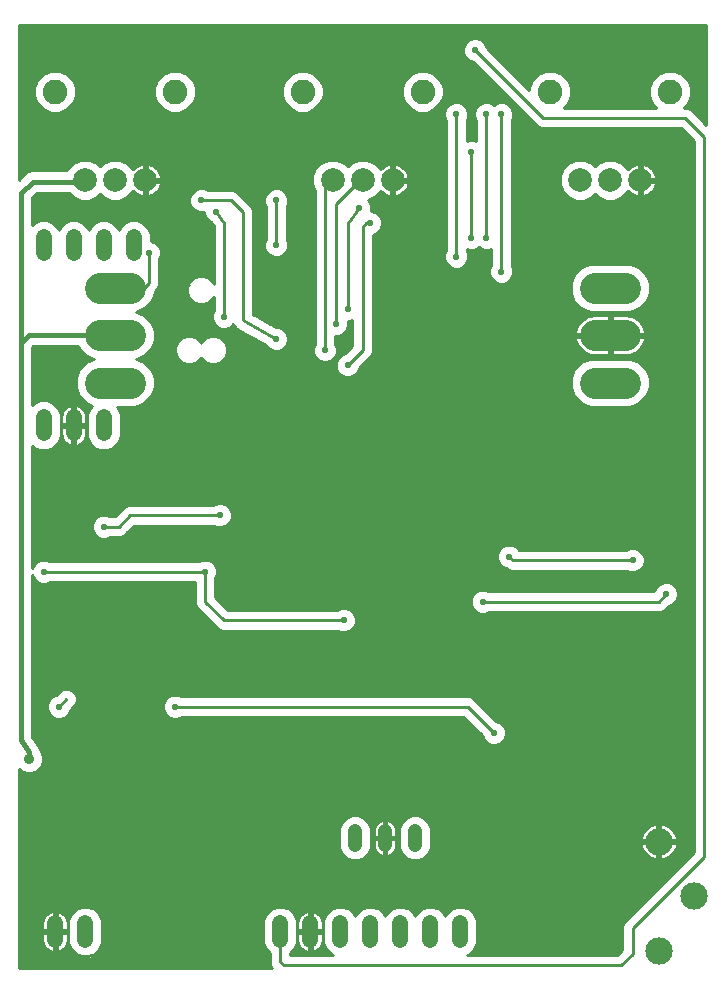
<source format=gbl>
G75*
%MOIN*%
%OFA0B0*%
%FSLAX25Y25*%
%IPPOS*%
%LPD*%
%AMOC8*
5,1,8,0,0,1.08239X$1,22.5*
%
%ADD10C,0.10270*%
%ADD11C,0.09100*%
%ADD12C,0.05400*%
%ADD13C,0.07874*%
%ADD14C,0.08189*%
%ADD15C,0.04600*%
%ADD16C,0.01000*%
%ADD17C,0.02181*%
%ADD18C,0.03543*%
%ADD19C,0.01600*%
D10*
X0033633Y0198950D02*
X0043903Y0198950D01*
X0043903Y0214750D02*
X0033633Y0214750D01*
X0033633Y0230550D02*
X0043903Y0230550D01*
X0198633Y0230550D02*
X0208903Y0230550D01*
X0208903Y0214750D02*
X0198633Y0214750D01*
X0198633Y0198950D02*
X0208903Y0198950D01*
D11*
X0220018Y0046000D03*
X0231818Y0027750D03*
X0220018Y0009500D03*
D12*
X0153768Y0013300D02*
X0153768Y0018700D01*
X0143768Y0018700D02*
X0143768Y0013300D01*
X0133768Y0013300D02*
X0133768Y0018700D01*
X0123768Y0018700D02*
X0123768Y0013300D01*
X0113768Y0013300D02*
X0113768Y0018700D01*
X0103768Y0018700D02*
X0103768Y0013300D01*
X0093768Y0013300D02*
X0093768Y0018700D01*
X0028768Y0018700D02*
X0028768Y0013300D01*
X0018768Y0013300D02*
X0018768Y0018700D01*
X0015018Y0182050D02*
X0015018Y0187450D01*
X0025018Y0187450D02*
X0025018Y0182050D01*
X0035018Y0182050D02*
X0035018Y0187450D01*
X0035018Y0242050D02*
X0035018Y0247450D01*
X0045018Y0247450D02*
X0045018Y0242050D01*
X0025018Y0242050D02*
X0025018Y0247450D01*
X0015018Y0247450D02*
X0015018Y0242050D01*
D13*
X0028768Y0266500D03*
X0038768Y0266500D03*
X0048768Y0266500D03*
X0111268Y0266500D03*
X0121268Y0266500D03*
X0131268Y0266500D03*
X0193768Y0266500D03*
X0203768Y0266500D03*
X0213768Y0266500D03*
D14*
X0223768Y0296000D03*
X0183768Y0296000D03*
X0141268Y0296000D03*
X0101268Y0296000D03*
X0058768Y0296000D03*
X0018768Y0296000D03*
D15*
X0118768Y0049550D02*
X0118768Y0044950D01*
X0128768Y0044950D02*
X0128768Y0049550D01*
X0138768Y0049550D02*
X0138768Y0044950D01*
D16*
X0006668Y0070243D02*
X0006668Y0003900D01*
X0091059Y0003900D01*
X0090885Y0004074D01*
X0090368Y0005324D01*
X0090368Y0008780D01*
X0089020Y0010128D01*
X0088168Y0012186D01*
X0088168Y0019814D01*
X0089020Y0021872D01*
X0090596Y0023447D01*
X0092654Y0024300D01*
X0094882Y0024300D01*
X0096940Y0023447D01*
X0098515Y0021872D01*
X0099368Y0019814D01*
X0099368Y0012186D01*
X0098515Y0010128D01*
X0097168Y0008780D01*
X0097168Y0008150D01*
X0111567Y0008150D01*
X0110596Y0008553D01*
X0109020Y0010128D01*
X0108168Y0012186D01*
X0108168Y0019814D01*
X0109020Y0021872D01*
X0110596Y0023447D01*
X0112654Y0024300D01*
X0114882Y0024300D01*
X0116940Y0023447D01*
X0118515Y0021872D01*
X0118768Y0021262D01*
X0119020Y0021872D01*
X0120596Y0023447D01*
X0122654Y0024300D01*
X0124882Y0024300D01*
X0126940Y0023447D01*
X0128515Y0021872D01*
X0128768Y0021262D01*
X0129020Y0021872D01*
X0130596Y0023447D01*
X0132654Y0024300D01*
X0134882Y0024300D01*
X0136940Y0023447D01*
X0138515Y0021872D01*
X0138768Y0021262D01*
X0139020Y0021872D01*
X0140596Y0023447D01*
X0142654Y0024300D01*
X0144882Y0024300D01*
X0146940Y0023447D01*
X0148515Y0021872D01*
X0148768Y0021262D01*
X0149020Y0021872D01*
X0150596Y0023447D01*
X0152654Y0024300D01*
X0154882Y0024300D01*
X0156940Y0023447D01*
X0158515Y0021872D01*
X0159368Y0019814D01*
X0159368Y0012186D01*
X0158515Y0010128D01*
X0156940Y0008553D01*
X0155968Y0008150D01*
X0206109Y0008150D01*
X0207868Y0009908D01*
X0207868Y0017926D01*
X0208385Y0019176D01*
X0209342Y0020132D01*
X0231618Y0042408D01*
X0231618Y0279592D01*
X0227359Y0283850D01*
X0180591Y0283850D01*
X0179342Y0284368D01*
X0157933Y0305776D01*
X0156507Y0306367D01*
X0155385Y0307490D01*
X0154777Y0308956D01*
X0154777Y0310544D01*
X0155385Y0312010D01*
X0156507Y0313133D01*
X0157974Y0313741D01*
X0159561Y0313741D01*
X0161028Y0313133D01*
X0162151Y0312010D01*
X0162741Y0310585D01*
X0176773Y0296553D01*
X0176773Y0297391D01*
X0177838Y0299962D01*
X0179806Y0301930D01*
X0182376Y0302994D01*
X0185159Y0302994D01*
X0187730Y0301930D01*
X0189697Y0299962D01*
X0190762Y0297391D01*
X0190762Y0294609D01*
X0189697Y0292038D01*
X0188309Y0290650D01*
X0219226Y0290650D01*
X0217838Y0292038D01*
X0216773Y0294609D01*
X0216773Y0297391D01*
X0217838Y0299962D01*
X0219806Y0301930D01*
X0222376Y0302994D01*
X0225159Y0302994D01*
X0227730Y0301930D01*
X0229697Y0299962D01*
X0230762Y0297391D01*
X0230762Y0294609D01*
X0229697Y0292038D01*
X0228309Y0290650D01*
X0229444Y0290650D01*
X0230694Y0290132D01*
X0235868Y0284958D01*
X0235868Y0318100D01*
X0006668Y0318100D01*
X0006668Y0266633D01*
X0009172Y0269137D01*
X0010532Y0269700D01*
X0022693Y0269700D01*
X0022972Y0270373D01*
X0024895Y0272296D01*
X0027408Y0273337D01*
X0030128Y0273337D01*
X0032641Y0272296D01*
X0033768Y0271169D01*
X0034895Y0272296D01*
X0037408Y0273337D01*
X0040128Y0273337D01*
X0042641Y0272296D01*
X0044564Y0270373D01*
X0044677Y0270099D01*
X0045226Y0270647D01*
X0045918Y0271150D01*
X0046681Y0271539D01*
X0047495Y0271803D01*
X0048268Y0271926D01*
X0048268Y0267000D01*
X0049268Y0267000D01*
X0054193Y0267000D01*
X0054071Y0267773D01*
X0053806Y0268587D01*
X0053418Y0269350D01*
X0052915Y0270042D01*
X0052310Y0270647D01*
X0051617Y0271150D01*
X0050855Y0271539D01*
X0050041Y0271803D01*
X0049268Y0271926D01*
X0049268Y0267000D01*
X0049268Y0266000D01*
X0054193Y0266000D01*
X0054071Y0265227D01*
X0053806Y0264413D01*
X0053418Y0263650D01*
X0052915Y0262958D01*
X0052310Y0262353D01*
X0051617Y0261850D01*
X0050855Y0261461D01*
X0050041Y0261197D01*
X0049268Y0261074D01*
X0049268Y0266000D01*
X0048268Y0266000D01*
X0048268Y0261074D01*
X0047495Y0261197D01*
X0046681Y0261461D01*
X0045918Y0261850D01*
X0045226Y0262353D01*
X0044677Y0262901D01*
X0044564Y0262627D01*
X0042641Y0260704D01*
X0040128Y0259663D01*
X0037408Y0259663D01*
X0034895Y0260704D01*
X0033768Y0261831D01*
X0032641Y0260704D01*
X0030128Y0259663D01*
X0027408Y0259663D01*
X0024895Y0260704D01*
X0023299Y0262300D01*
X0012800Y0262300D01*
X0011218Y0260717D01*
X0011218Y0251570D01*
X0011846Y0252197D01*
X0013904Y0253050D01*
X0016132Y0253050D01*
X0018190Y0252197D01*
X0019765Y0250622D01*
X0020018Y0250012D01*
X0020270Y0250622D01*
X0021846Y0252197D01*
X0023904Y0253050D01*
X0026132Y0253050D01*
X0028190Y0252197D01*
X0029765Y0250622D01*
X0030018Y0250012D01*
X0030270Y0250622D01*
X0031846Y0252197D01*
X0033904Y0253050D01*
X0036132Y0253050D01*
X0038190Y0252197D01*
X0039765Y0250622D01*
X0040018Y0250012D01*
X0040270Y0250622D01*
X0041846Y0252197D01*
X0043904Y0253050D01*
X0046132Y0253050D01*
X0048190Y0252197D01*
X0049765Y0250622D01*
X0050618Y0248564D01*
X0050618Y0246241D01*
X0050811Y0246241D01*
X0052278Y0245633D01*
X0053401Y0244510D01*
X0054008Y0243044D01*
X0054008Y0241456D01*
X0053418Y0240030D01*
X0053418Y0231574D01*
X0052900Y0230324D01*
X0051938Y0229362D01*
X0051938Y0228952D01*
X0050714Y0225999D01*
X0048454Y0223738D01*
X0045827Y0222650D01*
X0048454Y0221562D01*
X0050714Y0219301D01*
X0051938Y0216348D01*
X0051938Y0213152D01*
X0050714Y0210199D01*
X0048454Y0207938D01*
X0045827Y0206850D01*
X0048454Y0205762D01*
X0050714Y0203501D01*
X0051938Y0200548D01*
X0051938Y0197352D01*
X0050714Y0194399D01*
X0048454Y0192138D01*
X0045501Y0190915D01*
X0039472Y0190915D01*
X0039765Y0190622D01*
X0040618Y0188564D01*
X0040618Y0180936D01*
X0039765Y0178878D01*
X0038190Y0177303D01*
X0036132Y0176450D01*
X0033904Y0176450D01*
X0031846Y0177303D01*
X0030270Y0178878D01*
X0029418Y0180936D01*
X0029418Y0188564D01*
X0030270Y0190622D01*
X0030994Y0191346D01*
X0029081Y0192138D01*
X0026821Y0194399D01*
X0025598Y0197352D01*
X0025598Y0200548D01*
X0026821Y0203501D01*
X0029081Y0205762D01*
X0031709Y0206850D01*
X0029081Y0207938D01*
X0026821Y0210199D01*
X0026468Y0211050D01*
X0011550Y0211050D01*
X0011218Y0210717D01*
X0011218Y0191570D01*
X0011846Y0192197D01*
X0013904Y0193050D01*
X0016132Y0193050D01*
X0018190Y0192197D01*
X0019765Y0190622D01*
X0020618Y0188564D01*
X0020618Y0180936D01*
X0019765Y0178878D01*
X0018190Y0177303D01*
X0016132Y0176450D01*
X0013904Y0176450D01*
X0011846Y0177303D01*
X0011218Y0177930D01*
X0011218Y0137254D01*
X0011635Y0138260D01*
X0012757Y0139383D01*
X0014224Y0139991D01*
X0015811Y0139991D01*
X0017237Y0139400D01*
X0066548Y0139400D01*
X0067974Y0139991D01*
X0069561Y0139991D01*
X0071028Y0139383D01*
X0072151Y0138260D01*
X0072758Y0136794D01*
X0072758Y0135206D01*
X0072168Y0133780D01*
X0072168Y0127408D01*
X0076426Y0123150D01*
X0112798Y0123150D01*
X0114224Y0123741D01*
X0115811Y0123741D01*
X0117278Y0123133D01*
X0118401Y0122010D01*
X0119008Y0120544D01*
X0119008Y0118956D01*
X0118401Y0117490D01*
X0117278Y0116367D01*
X0115811Y0115759D01*
X0114224Y0115759D01*
X0112798Y0116350D01*
X0074341Y0116350D01*
X0073092Y0116868D01*
X0066842Y0123118D01*
X0065885Y0124074D01*
X0065368Y0125324D01*
X0065368Y0132600D01*
X0017237Y0132600D01*
X0015811Y0132009D01*
X0014224Y0132009D01*
X0012757Y0132617D01*
X0011635Y0133740D01*
X0011218Y0134746D01*
X0011218Y0080870D01*
X0012893Y0078357D01*
X0013154Y0078096D01*
X0013297Y0077751D01*
X0013505Y0077440D01*
X0013576Y0077077D01*
X0013718Y0076736D01*
X0013718Y0076407D01*
X0013978Y0076146D01*
X0014689Y0074429D01*
X0014689Y0072571D01*
X0013978Y0070854D01*
X0012664Y0069540D01*
X0010947Y0068828D01*
X0009088Y0068828D01*
X0007371Y0069540D01*
X0006668Y0070243D01*
X0006668Y0069897D02*
X0007014Y0069897D01*
X0006668Y0068899D02*
X0008918Y0068899D01*
X0011117Y0068899D02*
X0231618Y0068899D01*
X0231618Y0069897D02*
X0013022Y0069897D01*
X0013996Y0070896D02*
X0231618Y0070896D01*
X0231618Y0071894D02*
X0014409Y0071894D01*
X0014689Y0072893D02*
X0231618Y0072893D01*
X0231618Y0073891D02*
X0014689Y0073891D01*
X0014499Y0074890D02*
X0231618Y0074890D01*
X0231618Y0075888D02*
X0014085Y0075888D01*
X0013655Y0076887D02*
X0231618Y0076887D01*
X0231618Y0077885D02*
X0013242Y0077885D01*
X0012542Y0078884D02*
X0162740Y0078884D01*
X0162757Y0078867D02*
X0164224Y0078259D01*
X0165811Y0078259D01*
X0167278Y0078867D01*
X0168401Y0079990D01*
X0169008Y0081456D01*
X0169008Y0083044D01*
X0168401Y0084510D01*
X0167278Y0085633D01*
X0165852Y0086224D01*
X0158194Y0093882D01*
X0156944Y0094400D01*
X0060987Y0094400D01*
X0059561Y0094991D01*
X0057974Y0094991D01*
X0056507Y0094383D01*
X0055385Y0093260D01*
X0054777Y0091794D01*
X0054777Y0090206D01*
X0055385Y0088740D01*
X0056507Y0087617D01*
X0057974Y0087009D01*
X0059561Y0087009D01*
X0060987Y0087600D01*
X0154859Y0087600D01*
X0161044Y0081415D01*
X0161635Y0079990D01*
X0162757Y0078867D01*
X0161742Y0079882D02*
X0011876Y0079882D01*
X0011218Y0080881D02*
X0161265Y0080881D01*
X0160580Y0081879D02*
X0011218Y0081879D01*
X0011218Y0082878D02*
X0159581Y0082878D01*
X0158583Y0083876D02*
X0011218Y0083876D01*
X0011218Y0084875D02*
X0157584Y0084875D01*
X0156586Y0085873D02*
X0011218Y0085873D01*
X0011218Y0086872D02*
X0155587Y0086872D01*
X0156268Y0091000D02*
X0165018Y0082250D01*
X0168663Y0083876D02*
X0231618Y0083876D01*
X0231618Y0082878D02*
X0169008Y0082878D01*
X0169008Y0081879D02*
X0231618Y0081879D01*
X0231618Y0080881D02*
X0168770Y0080881D01*
X0168294Y0079882D02*
X0231618Y0079882D01*
X0231618Y0078884D02*
X0167295Y0078884D01*
X0168036Y0084875D02*
X0231618Y0084875D01*
X0231618Y0085873D02*
X0166698Y0085873D01*
X0165204Y0086872D02*
X0231618Y0086872D01*
X0231618Y0087870D02*
X0164206Y0087870D01*
X0163207Y0088869D02*
X0231618Y0088869D01*
X0231618Y0089868D02*
X0162209Y0089868D01*
X0161210Y0090866D02*
X0231618Y0090866D01*
X0231618Y0091865D02*
X0160211Y0091865D01*
X0159213Y0092863D02*
X0231618Y0092863D01*
X0231618Y0093862D02*
X0158214Y0093862D01*
X0156268Y0091000D02*
X0058768Y0091000D01*
X0055986Y0093862D02*
X0025918Y0093862D01*
X0025918Y0094176D02*
X0025400Y0095426D01*
X0024444Y0096382D01*
X0023194Y0096900D01*
X0021841Y0096900D01*
X0020592Y0096382D01*
X0019183Y0094974D01*
X0017757Y0094383D01*
X0016635Y0093260D01*
X0016027Y0091794D01*
X0016027Y0090206D01*
X0016635Y0088740D01*
X0017757Y0087617D01*
X0019224Y0087009D01*
X0020811Y0087009D01*
X0022278Y0087617D01*
X0023401Y0088740D01*
X0023991Y0090165D01*
X0025400Y0091574D01*
X0025918Y0092824D01*
X0025918Y0094176D01*
X0025634Y0094860D02*
X0057659Y0094860D01*
X0059876Y0094860D02*
X0231618Y0094860D01*
X0231618Y0095859D02*
X0024967Y0095859D01*
X0023298Y0096857D02*
X0231618Y0096857D01*
X0231618Y0097856D02*
X0011218Y0097856D01*
X0011218Y0098854D02*
X0231618Y0098854D01*
X0231618Y0099853D02*
X0011218Y0099853D01*
X0011218Y0100851D02*
X0231618Y0100851D01*
X0231618Y0101850D02*
X0011218Y0101850D01*
X0011218Y0102848D02*
X0231618Y0102848D01*
X0231618Y0103847D02*
X0011218Y0103847D01*
X0011218Y0104845D02*
X0231618Y0104845D01*
X0231618Y0105844D02*
X0011218Y0105844D01*
X0011218Y0106842D02*
X0231618Y0106842D01*
X0231618Y0107841D02*
X0011218Y0107841D01*
X0011218Y0108839D02*
X0231618Y0108839D01*
X0231618Y0109838D02*
X0011218Y0109838D01*
X0011218Y0110836D02*
X0231618Y0110836D01*
X0231618Y0111835D02*
X0011218Y0111835D01*
X0011218Y0112833D02*
X0231618Y0112833D01*
X0231618Y0113832D02*
X0011218Y0113832D01*
X0011218Y0114830D02*
X0231618Y0114830D01*
X0231618Y0115829D02*
X0115979Y0115829D01*
X0114056Y0115829D02*
X0011218Y0115829D01*
X0011218Y0116827D02*
X0073189Y0116827D01*
X0072134Y0117826D02*
X0011218Y0117826D01*
X0011218Y0118824D02*
X0071135Y0118824D01*
X0070137Y0119823D02*
X0011218Y0119823D01*
X0011218Y0120821D02*
X0069138Y0120821D01*
X0068140Y0121820D02*
X0011218Y0121820D01*
X0011218Y0122818D02*
X0067141Y0122818D01*
X0066142Y0123817D02*
X0011218Y0123817D01*
X0011218Y0124815D02*
X0065578Y0124815D01*
X0065368Y0125814D02*
X0011218Y0125814D01*
X0011218Y0126812D02*
X0065368Y0126812D01*
X0065368Y0127811D02*
X0011218Y0127811D01*
X0011218Y0128809D02*
X0065368Y0128809D01*
X0065368Y0129808D02*
X0011218Y0129808D01*
X0011218Y0130806D02*
X0065368Y0130806D01*
X0065368Y0131805D02*
X0011218Y0131805D01*
X0011218Y0132803D02*
X0012571Y0132803D01*
X0011609Y0133802D02*
X0011218Y0133802D01*
X0011218Y0137796D02*
X0011442Y0137796D01*
X0011218Y0138795D02*
X0012169Y0138795D01*
X0011218Y0139793D02*
X0013747Y0139793D01*
X0016288Y0139793D02*
X0067497Y0139793D01*
X0070038Y0139793D02*
X0166198Y0139793D01*
X0166027Y0140206D02*
X0166635Y0138740D01*
X0167757Y0137617D01*
X0169183Y0137026D01*
X0169342Y0136868D01*
X0170591Y0136350D01*
X0209048Y0136350D01*
X0210474Y0135759D01*
X0212061Y0135759D01*
X0213528Y0136367D01*
X0214651Y0137490D01*
X0215258Y0138956D01*
X0215258Y0140544D01*
X0214651Y0142010D01*
X0213528Y0143133D01*
X0212061Y0143741D01*
X0210474Y0143741D01*
X0209048Y0143150D01*
X0173446Y0143150D01*
X0173401Y0143260D01*
X0172278Y0144383D01*
X0170811Y0144991D01*
X0169224Y0144991D01*
X0167757Y0144383D01*
X0166635Y0143260D01*
X0166027Y0141794D01*
X0166027Y0140206D01*
X0166027Y0140792D02*
X0011218Y0140792D01*
X0011218Y0141790D02*
X0166027Y0141790D01*
X0166439Y0142789D02*
X0011218Y0142789D01*
X0011218Y0143787D02*
X0167161Y0143787D01*
X0168729Y0144786D02*
X0011218Y0144786D01*
X0011218Y0145784D02*
X0231618Y0145784D01*
X0231618Y0144786D02*
X0171306Y0144786D01*
X0172874Y0143787D02*
X0231618Y0143787D01*
X0231618Y0142789D02*
X0213873Y0142789D01*
X0214742Y0141790D02*
X0231618Y0141790D01*
X0231618Y0140792D02*
X0215156Y0140792D01*
X0215258Y0139793D02*
X0231618Y0139793D01*
X0231618Y0138795D02*
X0215191Y0138795D01*
X0214778Y0137796D02*
X0231618Y0137796D01*
X0231618Y0136798D02*
X0213959Y0136798D01*
X0212157Y0135799D02*
X0231618Y0135799D01*
X0231618Y0134801D02*
X0072590Y0134801D01*
X0072758Y0135799D02*
X0210378Y0135799D01*
X0211268Y0139750D02*
X0171268Y0139750D01*
X0170018Y0141000D01*
X0167578Y0137796D02*
X0072343Y0137796D01*
X0072757Y0136798D02*
X0169511Y0136798D01*
X0166612Y0138795D02*
X0071617Y0138795D01*
X0068768Y0136000D02*
X0068768Y0126000D01*
X0075018Y0119750D01*
X0115018Y0119750D01*
X0119008Y0119823D02*
X0231618Y0119823D01*
X0231618Y0120821D02*
X0118893Y0120821D01*
X0118480Y0121820D02*
X0231618Y0121820D01*
X0231618Y0122818D02*
X0221221Y0122818D01*
X0220694Y0122600D02*
X0221944Y0123118D01*
X0223352Y0124526D01*
X0224778Y0125117D01*
X0225901Y0126240D01*
X0226508Y0127706D01*
X0226508Y0129294D01*
X0225901Y0130760D01*
X0224778Y0131883D01*
X0223311Y0132491D01*
X0221724Y0132491D01*
X0220257Y0131883D01*
X0219135Y0130760D01*
X0218571Y0129400D01*
X0163487Y0129400D01*
X0162061Y0129991D01*
X0160474Y0129991D01*
X0159007Y0129383D01*
X0157885Y0128260D01*
X0157277Y0126794D01*
X0157277Y0125206D01*
X0157885Y0123740D01*
X0159007Y0122617D01*
X0160474Y0122009D01*
X0162061Y0122009D01*
X0163487Y0122600D01*
X0220694Y0122600D01*
X0222643Y0123817D02*
X0231618Y0123817D01*
X0231618Y0124815D02*
X0224050Y0124815D01*
X0225475Y0125814D02*
X0231618Y0125814D01*
X0231618Y0126812D02*
X0226138Y0126812D01*
X0226508Y0127811D02*
X0231618Y0127811D01*
X0231618Y0128809D02*
X0226508Y0128809D01*
X0226295Y0129808D02*
X0231618Y0129808D01*
X0231618Y0130806D02*
X0225855Y0130806D01*
X0224856Y0131805D02*
X0231618Y0131805D01*
X0231618Y0132803D02*
X0072168Y0132803D01*
X0072168Y0131805D02*
X0220179Y0131805D01*
X0219181Y0130806D02*
X0072168Y0130806D01*
X0072168Y0129808D02*
X0160033Y0129808D01*
X0158434Y0128809D02*
X0072168Y0128809D01*
X0072168Y0127811D02*
X0157698Y0127811D01*
X0157285Y0126812D02*
X0072764Y0126812D01*
X0073762Y0125814D02*
X0157277Y0125814D01*
X0157439Y0124815D02*
X0074761Y0124815D01*
X0075759Y0123817D02*
X0157853Y0123817D01*
X0158806Y0122818D02*
X0117593Y0122818D01*
X0118954Y0118824D02*
X0231618Y0118824D01*
X0231618Y0117826D02*
X0118540Y0117826D01*
X0117739Y0116827D02*
X0231618Y0116827D01*
X0220018Y0126000D02*
X0222518Y0128500D01*
X0220018Y0126000D02*
X0161268Y0126000D01*
X0162502Y0129808D02*
X0218740Y0129808D01*
X0231618Y0133802D02*
X0072177Y0133802D01*
X0068768Y0136000D02*
X0015018Y0136000D01*
X0011218Y0146783D02*
X0231618Y0146783D01*
X0231618Y0147781D02*
X0041131Y0147781D01*
X0040694Y0147600D02*
X0041944Y0148118D01*
X0042900Y0149074D01*
X0045176Y0151350D01*
X0071548Y0151350D01*
X0072974Y0150759D01*
X0074561Y0150759D01*
X0076028Y0151367D01*
X0077151Y0152490D01*
X0077758Y0153956D01*
X0077758Y0155544D01*
X0077151Y0157010D01*
X0076028Y0158133D01*
X0074561Y0158741D01*
X0072974Y0158741D01*
X0071548Y0158150D01*
X0043091Y0158150D01*
X0041842Y0157632D01*
X0038609Y0154400D01*
X0037237Y0154400D01*
X0035811Y0154991D01*
X0034224Y0154991D01*
X0032757Y0154383D01*
X0031635Y0153260D01*
X0031027Y0151794D01*
X0031027Y0150206D01*
X0031635Y0148740D01*
X0032757Y0147617D01*
X0034224Y0147009D01*
X0035811Y0147009D01*
X0037237Y0147600D01*
X0040694Y0147600D01*
X0042606Y0148780D02*
X0231618Y0148780D01*
X0231618Y0149778D02*
X0043604Y0149778D01*
X0044603Y0150777D02*
X0072932Y0150777D01*
X0074603Y0150777D02*
X0231618Y0150777D01*
X0231618Y0151775D02*
X0076436Y0151775D01*
X0077268Y0152774D02*
X0231618Y0152774D01*
X0231618Y0153772D02*
X0077682Y0153772D01*
X0077758Y0154771D02*
X0231618Y0154771D01*
X0231618Y0155769D02*
X0077665Y0155769D01*
X0077251Y0156768D02*
X0231618Y0156768D01*
X0231618Y0157766D02*
X0076395Y0157766D01*
X0073768Y0154750D02*
X0043768Y0154750D01*
X0040018Y0151000D01*
X0035018Y0151000D01*
X0032146Y0153772D02*
X0011218Y0153772D01*
X0011218Y0152774D02*
X0031433Y0152774D01*
X0031027Y0151775D02*
X0011218Y0151775D01*
X0011218Y0150777D02*
X0031027Y0150777D01*
X0031204Y0149778D02*
X0011218Y0149778D01*
X0011218Y0148780D02*
X0031618Y0148780D01*
X0032593Y0147781D02*
X0011218Y0147781D01*
X0011218Y0154771D02*
X0033693Y0154771D01*
X0036342Y0154771D02*
X0038980Y0154771D01*
X0039979Y0155769D02*
X0011218Y0155769D01*
X0011218Y0156768D02*
X0040977Y0156768D01*
X0042165Y0157766D02*
X0011218Y0157766D01*
X0011218Y0158765D02*
X0231618Y0158765D01*
X0231618Y0159763D02*
X0011218Y0159763D01*
X0011218Y0160762D02*
X0231618Y0160762D01*
X0231618Y0161760D02*
X0011218Y0161760D01*
X0011218Y0162759D02*
X0231618Y0162759D01*
X0231618Y0163757D02*
X0011218Y0163757D01*
X0011218Y0164756D02*
X0231618Y0164756D01*
X0231618Y0165754D02*
X0011218Y0165754D01*
X0011218Y0166753D02*
X0231618Y0166753D01*
X0231618Y0167751D02*
X0011218Y0167751D01*
X0011218Y0168750D02*
X0231618Y0168750D01*
X0231618Y0169748D02*
X0011218Y0169748D01*
X0011218Y0170747D02*
X0231618Y0170747D01*
X0231618Y0171745D02*
X0011218Y0171745D01*
X0011218Y0172744D02*
X0231618Y0172744D01*
X0231618Y0173742D02*
X0011218Y0173742D01*
X0011218Y0174741D02*
X0231618Y0174741D01*
X0231618Y0175739D02*
X0011218Y0175739D01*
X0011218Y0176738D02*
X0013209Y0176738D01*
X0011412Y0177737D02*
X0011218Y0177737D01*
X0016827Y0176738D02*
X0033209Y0176738D01*
X0031412Y0177737D02*
X0018624Y0177737D01*
X0019622Y0178735D02*
X0022435Y0178735D01*
X0022282Y0178846D02*
X0022816Y0178458D01*
X0023405Y0178158D01*
X0024034Y0177953D01*
X0024518Y0177877D01*
X0024518Y0184250D01*
X0025518Y0184250D01*
X0025518Y0185250D01*
X0029218Y0185250D01*
X0029218Y0187781D01*
X0029114Y0188434D01*
X0028910Y0189062D01*
X0028610Y0189651D01*
X0028221Y0190186D01*
X0027754Y0190654D01*
X0027219Y0191042D01*
X0026630Y0191342D01*
X0026001Y0191547D01*
X0025518Y0191623D01*
X0025518Y0185250D01*
X0024518Y0185250D01*
X0024518Y0191623D01*
X0024034Y0191547D01*
X0023405Y0191342D01*
X0022816Y0191042D01*
X0022282Y0190654D01*
X0021814Y0190186D01*
X0021426Y0189651D01*
X0021125Y0189062D01*
X0020921Y0188434D01*
X0020818Y0187781D01*
X0020818Y0185250D01*
X0024518Y0185250D01*
X0024518Y0184250D01*
X0020818Y0184250D01*
X0020818Y0181719D01*
X0020921Y0181066D01*
X0021125Y0180438D01*
X0021426Y0179849D01*
X0021814Y0179314D01*
X0022282Y0178846D01*
X0021509Y0179734D02*
X0020120Y0179734D01*
X0020533Y0180732D02*
X0021030Y0180732D01*
X0020818Y0181731D02*
X0020618Y0181731D01*
X0020618Y0182729D02*
X0020818Y0182729D01*
X0020818Y0183728D02*
X0020618Y0183728D01*
X0020618Y0184726D02*
X0024518Y0184726D01*
X0024518Y0183728D02*
X0025518Y0183728D01*
X0025518Y0184250D02*
X0025518Y0177877D01*
X0026001Y0177953D01*
X0026630Y0178158D01*
X0027219Y0178458D01*
X0027754Y0178846D01*
X0028221Y0179314D01*
X0028610Y0179849D01*
X0028910Y0180438D01*
X0029114Y0181066D01*
X0029218Y0181719D01*
X0029218Y0184250D01*
X0025518Y0184250D01*
X0025518Y0184726D02*
X0029418Y0184726D01*
X0029418Y0183728D02*
X0029218Y0183728D01*
X0029218Y0182729D02*
X0029418Y0182729D01*
X0029418Y0181731D02*
X0029218Y0181731D01*
X0029006Y0180732D02*
X0029502Y0180732D01*
X0029916Y0179734D02*
X0028526Y0179734D01*
X0027600Y0178735D02*
X0030413Y0178735D01*
X0025518Y0178735D02*
X0024518Y0178735D01*
X0024518Y0179734D02*
X0025518Y0179734D01*
X0025518Y0180732D02*
X0024518Y0180732D01*
X0024518Y0181731D02*
X0025518Y0181731D01*
X0025518Y0182729D02*
X0024518Y0182729D01*
X0024518Y0185725D02*
X0025518Y0185725D01*
X0025518Y0186723D02*
X0024518Y0186723D01*
X0024518Y0187722D02*
X0025518Y0187722D01*
X0025518Y0188720D02*
X0024518Y0188720D01*
X0024518Y0189719D02*
X0025518Y0189719D01*
X0025518Y0190717D02*
X0024518Y0190717D01*
X0022369Y0190717D02*
X0019670Y0190717D01*
X0020139Y0189719D02*
X0021475Y0189719D01*
X0021014Y0188720D02*
X0020553Y0188720D01*
X0020618Y0187722D02*
X0020818Y0187722D01*
X0020818Y0186723D02*
X0020618Y0186723D01*
X0020618Y0185725D02*
X0020818Y0185725D01*
X0018672Y0191716D02*
X0030101Y0191716D01*
X0030365Y0190717D02*
X0027666Y0190717D01*
X0028561Y0189719D02*
X0029896Y0189719D01*
X0029482Y0188720D02*
X0029021Y0188720D01*
X0029218Y0187722D02*
X0029418Y0187722D01*
X0029418Y0186723D02*
X0029218Y0186723D01*
X0029218Y0185725D02*
X0029418Y0185725D01*
X0028505Y0192714D02*
X0016942Y0192714D01*
X0013093Y0192714D02*
X0011218Y0192714D01*
X0011218Y0191716D02*
X0011364Y0191716D01*
X0011218Y0193713D02*
X0027507Y0193713D01*
X0026691Y0194711D02*
X0011218Y0194711D01*
X0011218Y0195710D02*
X0026278Y0195710D01*
X0025864Y0196708D02*
X0011218Y0196708D01*
X0011218Y0197707D02*
X0025598Y0197707D01*
X0025598Y0198705D02*
X0011218Y0198705D01*
X0011218Y0199704D02*
X0025598Y0199704D01*
X0025662Y0200702D02*
X0011218Y0200702D01*
X0011218Y0201701D02*
X0026075Y0201701D01*
X0026489Y0202699D02*
X0011218Y0202699D01*
X0011218Y0203698D02*
X0027017Y0203698D01*
X0028016Y0204696D02*
X0011218Y0204696D01*
X0011218Y0205695D02*
X0029014Y0205695D01*
X0029676Y0207692D02*
X0011218Y0207692D01*
X0011218Y0208690D02*
X0028329Y0208690D01*
X0027331Y0209689D02*
X0011218Y0209689D01*
X0011218Y0210687D02*
X0026618Y0210687D01*
X0031330Y0206693D02*
X0011218Y0206693D01*
X0038768Y0230550D02*
X0039218Y0231000D01*
X0048768Y0231000D01*
X0050018Y0232250D01*
X0050018Y0242250D01*
X0053671Y0240643D02*
X0071618Y0240643D01*
X0071618Y0241641D02*
X0054008Y0241641D01*
X0054008Y0242640D02*
X0071618Y0242640D01*
X0071618Y0243638D02*
X0053762Y0243638D01*
X0053274Y0244637D02*
X0071618Y0244637D01*
X0071618Y0245635D02*
X0052273Y0245635D01*
X0050618Y0246634D02*
X0071618Y0246634D01*
X0071618Y0247632D02*
X0050618Y0247632D01*
X0050590Y0248631D02*
X0071618Y0248631D01*
X0071618Y0249629D02*
X0050176Y0249629D01*
X0049759Y0250628D02*
X0071618Y0250628D01*
X0071618Y0251221D02*
X0071618Y0232003D01*
X0071460Y0232384D01*
X0070152Y0233692D01*
X0068443Y0234400D01*
X0066593Y0234400D01*
X0064884Y0233692D01*
X0063576Y0232384D01*
X0062868Y0230675D01*
X0062868Y0228825D01*
X0063576Y0227116D01*
X0064884Y0225808D01*
X0066593Y0225100D01*
X0068443Y0225100D01*
X0070152Y0225808D01*
X0071460Y0227116D01*
X0071618Y0227497D01*
X0071618Y0223219D01*
X0071027Y0221794D01*
X0071027Y0220206D01*
X0071635Y0218740D01*
X0072757Y0217617D01*
X0074224Y0217009D01*
X0075811Y0217009D01*
X0077278Y0217617D01*
X0078105Y0218444D01*
X0078184Y0218166D01*
X0078309Y0218009D01*
X0078385Y0217824D01*
X0078726Y0217484D01*
X0079025Y0217106D01*
X0079200Y0217009D01*
X0079342Y0216868D01*
X0079787Y0216683D01*
X0089000Y0211565D01*
X0089135Y0211240D01*
X0090257Y0210117D01*
X0091724Y0209509D01*
X0093311Y0209509D01*
X0094778Y0210117D01*
X0095901Y0211240D01*
X0096508Y0212706D01*
X0096508Y0214294D01*
X0095901Y0215760D01*
X0094778Y0216883D01*
X0093311Y0217491D01*
X0092336Y0217491D01*
X0084668Y0221751D01*
X0084668Y0256676D01*
X0084150Y0257926D01*
X0083194Y0258882D01*
X0079444Y0262632D01*
X0078194Y0263150D01*
X0069737Y0263150D01*
X0068311Y0263741D01*
X0066724Y0263741D01*
X0065257Y0263133D01*
X0064135Y0262010D01*
X0063527Y0260544D01*
X0063527Y0258956D01*
X0064135Y0257490D01*
X0065257Y0256367D01*
X0066724Y0255759D01*
X0068311Y0255759D01*
X0068527Y0255849D01*
X0068527Y0255206D01*
X0069135Y0253740D01*
X0070257Y0252617D01*
X0070851Y0252371D01*
X0071618Y0251221D01*
X0071347Y0251626D02*
X0048761Y0251626D01*
X0047158Y0252625D02*
X0070249Y0252625D01*
X0069251Y0253623D02*
X0011218Y0253623D01*
X0011218Y0252625D02*
X0012877Y0252625D01*
X0011274Y0251626D02*
X0011218Y0251626D01*
X0011218Y0254622D02*
X0068769Y0254622D01*
X0068527Y0255620D02*
X0011218Y0255620D01*
X0011218Y0256619D02*
X0065005Y0256619D01*
X0064082Y0257617D02*
X0011218Y0257617D01*
X0011218Y0258616D02*
X0063668Y0258616D01*
X0063527Y0259614D02*
X0011218Y0259614D01*
X0011218Y0260613D02*
X0025114Y0260613D01*
X0023987Y0261611D02*
X0012112Y0261611D01*
X0007638Y0267603D02*
X0006668Y0267603D01*
X0006668Y0268601D02*
X0008636Y0268601D01*
X0010289Y0269600D02*
X0006668Y0269600D01*
X0006668Y0270598D02*
X0023197Y0270598D01*
X0024195Y0271597D02*
X0006668Y0271597D01*
X0006668Y0272595D02*
X0025617Y0272595D01*
X0031919Y0272595D02*
X0035617Y0272595D01*
X0034195Y0271597D02*
X0033340Y0271597D01*
X0033548Y0261611D02*
X0033987Y0261611D01*
X0035114Y0260613D02*
X0032421Y0260613D01*
X0032877Y0252625D02*
X0027158Y0252625D01*
X0028761Y0251626D02*
X0031274Y0251626D01*
X0030276Y0250628D02*
X0029759Y0250628D01*
X0022877Y0252625D02*
X0017158Y0252625D01*
X0018761Y0251626D02*
X0021274Y0251626D01*
X0020276Y0250628D02*
X0019759Y0250628D01*
X0037158Y0252625D02*
X0042877Y0252625D01*
X0041274Y0251626D02*
X0038761Y0251626D01*
X0039759Y0250628D02*
X0040276Y0250628D01*
X0042421Y0260613D02*
X0063556Y0260613D01*
X0063969Y0261611D02*
X0051149Y0261611D01*
X0052567Y0262610D02*
X0064734Y0262610D01*
X0066405Y0263608D02*
X0053387Y0263608D01*
X0053869Y0264607D02*
X0104651Y0264607D01*
X0104431Y0265140D02*
X0104431Y0267860D01*
X0105472Y0270373D01*
X0107395Y0272296D01*
X0109908Y0273337D01*
X0112628Y0273337D01*
X0115141Y0272296D01*
X0116268Y0271169D01*
X0117395Y0272296D01*
X0119908Y0273337D01*
X0122628Y0273337D01*
X0125141Y0272296D01*
X0127064Y0270373D01*
X0127177Y0270099D01*
X0127726Y0270647D01*
X0128418Y0271150D01*
X0129181Y0271539D01*
X0129995Y0271803D01*
X0130768Y0271926D01*
X0130768Y0267000D01*
X0131768Y0267000D01*
X0136693Y0267000D01*
X0136571Y0267773D01*
X0136306Y0268587D01*
X0135918Y0269350D01*
X0135415Y0270042D01*
X0134810Y0270647D01*
X0134117Y0271150D01*
X0133355Y0271539D01*
X0132541Y0271803D01*
X0131768Y0271926D01*
X0131768Y0267000D01*
X0131768Y0266000D01*
X0136693Y0266000D01*
X0136571Y0265227D01*
X0136306Y0264413D01*
X0135918Y0263650D01*
X0135415Y0262958D01*
X0134810Y0262353D01*
X0134117Y0261850D01*
X0133355Y0261461D01*
X0132541Y0261197D01*
X0131768Y0261074D01*
X0131768Y0266000D01*
X0130768Y0266000D01*
X0130768Y0261074D01*
X0129995Y0261197D01*
X0129181Y0261461D01*
X0128418Y0261850D01*
X0127726Y0262353D01*
X0127177Y0262901D01*
X0127064Y0262627D01*
X0125141Y0260704D01*
X0123066Y0259845D01*
X0123401Y0259510D01*
X0124008Y0258044D01*
X0124008Y0256456D01*
X0123919Y0256241D01*
X0124561Y0256241D01*
X0126028Y0255633D01*
X0127151Y0254510D01*
X0127758Y0253044D01*
X0127758Y0251456D01*
X0127151Y0249990D01*
X0126028Y0248867D01*
X0124668Y0248303D01*
X0124668Y0209074D01*
X0124150Y0207824D01*
X0120241Y0203915D01*
X0119651Y0202490D01*
X0118528Y0201367D01*
X0117061Y0200759D01*
X0115474Y0200759D01*
X0114007Y0201367D01*
X0112885Y0202490D01*
X0112277Y0203956D01*
X0112277Y0205544D01*
X0112885Y0207010D01*
X0114007Y0208133D01*
X0115433Y0208724D01*
X0117868Y0211158D01*
X0117868Y0219843D01*
X0117061Y0219509D01*
X0116419Y0219509D01*
X0116508Y0219294D01*
X0116508Y0217706D01*
X0115901Y0216240D01*
X0114778Y0215117D01*
X0113311Y0214509D01*
X0112168Y0214509D01*
X0112168Y0211969D01*
X0112758Y0210544D01*
X0112758Y0208956D01*
X0112151Y0207490D01*
X0111028Y0206367D01*
X0109561Y0205759D01*
X0107974Y0205759D01*
X0106507Y0206367D01*
X0105385Y0207490D01*
X0104777Y0208956D01*
X0104777Y0210544D01*
X0105368Y0211969D01*
X0105368Y0262878D01*
X0104431Y0265140D01*
X0104431Y0265605D02*
X0054131Y0265605D01*
X0054098Y0267603D02*
X0104431Y0267603D01*
X0104431Y0266604D02*
X0049268Y0266604D01*
X0049268Y0265605D02*
X0048268Y0265605D01*
X0048268Y0264607D02*
X0049268Y0264607D01*
X0049268Y0263608D02*
X0048268Y0263608D01*
X0048268Y0262610D02*
X0049268Y0262610D01*
X0049268Y0261611D02*
X0048268Y0261611D01*
X0046386Y0261611D02*
X0043548Y0261611D01*
X0044547Y0262610D02*
X0044969Y0262610D01*
X0048268Y0267603D02*
X0049268Y0267603D01*
X0049268Y0268601D02*
X0048268Y0268601D01*
X0048268Y0269600D02*
X0049268Y0269600D01*
X0049268Y0270598D02*
X0048268Y0270598D01*
X0048268Y0271597D02*
X0049268Y0271597D01*
X0050677Y0271597D02*
X0106695Y0271597D01*
X0105697Y0270598D02*
X0052359Y0270598D01*
X0053236Y0269600D02*
X0105151Y0269600D01*
X0104738Y0268601D02*
X0053799Y0268601D01*
X0046859Y0271597D02*
X0043340Y0271597D01*
X0044339Y0270598D02*
X0045177Y0270598D01*
X0041919Y0272595D02*
X0108117Y0272595D01*
X0114419Y0272595D02*
X0118117Y0272595D01*
X0116695Y0271597D02*
X0115840Y0271597D01*
X0111268Y0266500D02*
X0108768Y0264000D01*
X0108768Y0209750D01*
X0104777Y0209689D02*
X0093745Y0209689D01*
X0095349Y0210687D02*
X0104837Y0210687D01*
X0105250Y0211686D02*
X0096086Y0211686D01*
X0096499Y0212684D02*
X0105368Y0212684D01*
X0105368Y0213683D02*
X0096508Y0213683D01*
X0096348Y0214681D02*
X0105368Y0214681D01*
X0105368Y0215680D02*
X0095934Y0215680D01*
X0094983Y0216678D02*
X0105368Y0216678D01*
X0105368Y0217677D02*
X0092000Y0217677D01*
X0090203Y0218675D02*
X0105368Y0218675D01*
X0105368Y0219674D02*
X0088406Y0219674D01*
X0086608Y0220672D02*
X0105368Y0220672D01*
X0105368Y0221671D02*
X0084811Y0221671D01*
X0084668Y0222670D02*
X0105368Y0222670D01*
X0105368Y0223668D02*
X0084668Y0223668D01*
X0084668Y0224667D02*
X0105368Y0224667D01*
X0105368Y0225665D02*
X0084668Y0225665D01*
X0084668Y0226664D02*
X0105368Y0226664D01*
X0105368Y0227662D02*
X0084668Y0227662D01*
X0084668Y0228661D02*
X0105368Y0228661D01*
X0105368Y0229659D02*
X0084668Y0229659D01*
X0084668Y0230658D02*
X0105368Y0230658D01*
X0105368Y0231656D02*
X0084668Y0231656D01*
X0084668Y0232655D02*
X0105368Y0232655D01*
X0105368Y0233653D02*
X0084668Y0233653D01*
X0084668Y0234652D02*
X0105368Y0234652D01*
X0105368Y0235650D02*
X0084668Y0235650D01*
X0084668Y0236649D02*
X0105368Y0236649D01*
X0105368Y0237647D02*
X0084668Y0237647D01*
X0084668Y0238646D02*
X0105368Y0238646D01*
X0105368Y0239644D02*
X0084668Y0239644D01*
X0084668Y0240643D02*
X0105368Y0240643D01*
X0105368Y0241641D02*
X0095052Y0241641D01*
X0094778Y0241367D02*
X0095901Y0242490D01*
X0096508Y0243956D01*
X0096508Y0245544D01*
X0095918Y0246969D01*
X0095918Y0257530D01*
X0096508Y0258956D01*
X0096508Y0260544D01*
X0095901Y0262010D01*
X0094778Y0263133D01*
X0093311Y0263741D01*
X0091724Y0263741D01*
X0090257Y0263133D01*
X0089135Y0262010D01*
X0088527Y0260544D01*
X0088527Y0258956D01*
X0089118Y0257530D01*
X0089118Y0246969D01*
X0088527Y0245544D01*
X0088527Y0243956D01*
X0089135Y0242490D01*
X0090257Y0241367D01*
X0091724Y0240759D01*
X0093311Y0240759D01*
X0094778Y0241367D01*
X0095963Y0242640D02*
X0105368Y0242640D01*
X0105368Y0243638D02*
X0096377Y0243638D01*
X0096508Y0244637D02*
X0105368Y0244637D01*
X0105368Y0245635D02*
X0096470Y0245635D01*
X0096057Y0246634D02*
X0105368Y0246634D01*
X0105368Y0247632D02*
X0095918Y0247632D01*
X0095918Y0248631D02*
X0105368Y0248631D01*
X0105368Y0249629D02*
X0095918Y0249629D01*
X0095918Y0250628D02*
X0105368Y0250628D01*
X0105368Y0251626D02*
X0095918Y0251626D01*
X0095918Y0252625D02*
X0105368Y0252625D01*
X0105368Y0253623D02*
X0095918Y0253623D01*
X0095918Y0254622D02*
X0105368Y0254622D01*
X0105368Y0255620D02*
X0095918Y0255620D01*
X0095918Y0256619D02*
X0105368Y0256619D01*
X0105368Y0257617D02*
X0095954Y0257617D01*
X0096367Y0258616D02*
X0105368Y0258616D01*
X0105368Y0259614D02*
X0096508Y0259614D01*
X0096480Y0260613D02*
X0105368Y0260613D01*
X0105368Y0261611D02*
X0096066Y0261611D01*
X0095301Y0262610D02*
X0105368Y0262610D01*
X0105065Y0263608D02*
X0093630Y0263608D01*
X0091405Y0263608D02*
X0068630Y0263608D01*
X0067518Y0259750D02*
X0077518Y0259750D01*
X0081268Y0256000D01*
X0081268Y0219750D01*
X0092518Y0213500D01*
X0089687Y0210687D02*
X0076163Y0210687D01*
X0076168Y0210675D02*
X0075460Y0212384D01*
X0074152Y0213692D01*
X0072443Y0214400D01*
X0070593Y0214400D01*
X0068884Y0213692D01*
X0067576Y0212384D01*
X0067518Y0212244D01*
X0067460Y0212384D01*
X0066152Y0213692D01*
X0064443Y0214400D01*
X0062593Y0214400D01*
X0060884Y0213692D01*
X0059576Y0212384D01*
X0058868Y0210675D01*
X0058868Y0208825D01*
X0059576Y0207116D01*
X0060884Y0205808D01*
X0062593Y0205100D01*
X0064443Y0205100D01*
X0066152Y0205808D01*
X0067460Y0207116D01*
X0067518Y0207256D01*
X0067576Y0207116D01*
X0068884Y0205808D01*
X0070593Y0205100D01*
X0072443Y0205100D01*
X0074152Y0205808D01*
X0075460Y0207116D01*
X0076168Y0208825D01*
X0076168Y0210675D01*
X0076168Y0209689D02*
X0091291Y0209689D01*
X0088782Y0211686D02*
X0075749Y0211686D01*
X0075159Y0212684D02*
X0086985Y0212684D01*
X0085187Y0213683D02*
X0074161Y0213683D01*
X0072697Y0217677D02*
X0051387Y0217677D01*
X0050974Y0218675D02*
X0071699Y0218675D01*
X0071248Y0219674D02*
X0050342Y0219674D01*
X0049343Y0220672D02*
X0071027Y0220672D01*
X0071027Y0221671D02*
X0048190Y0221671D01*
X0048285Y0223668D02*
X0071618Y0223668D01*
X0071618Y0224667D02*
X0049382Y0224667D01*
X0050381Y0225665D02*
X0065229Y0225665D01*
X0064028Y0226664D02*
X0050990Y0226664D01*
X0051404Y0227662D02*
X0063349Y0227662D01*
X0062936Y0228661D02*
X0051817Y0228661D01*
X0052235Y0229659D02*
X0062868Y0229659D01*
X0062868Y0230658D02*
X0053038Y0230658D01*
X0053418Y0231656D02*
X0063274Y0231656D01*
X0063846Y0232655D02*
X0053418Y0232655D01*
X0053418Y0233653D02*
X0064845Y0233653D01*
X0070191Y0233653D02*
X0071618Y0233653D01*
X0071618Y0232655D02*
X0071189Y0232655D01*
X0071618Y0234652D02*
X0053418Y0234652D01*
X0053418Y0235650D02*
X0071618Y0235650D01*
X0071618Y0236649D02*
X0053418Y0236649D01*
X0053418Y0237647D02*
X0071618Y0237647D01*
X0071618Y0238646D02*
X0053418Y0238646D01*
X0053418Y0239644D02*
X0071618Y0239644D01*
X0071618Y0226664D02*
X0071007Y0226664D01*
X0071618Y0225665D02*
X0069807Y0225665D01*
X0071390Y0222670D02*
X0045874Y0222670D01*
X0051801Y0216678D02*
X0079795Y0216678D01*
X0078532Y0217677D02*
X0077338Y0217677D01*
X0075018Y0221000D02*
X0075018Y0252250D01*
X0072518Y0256000D01*
X0079466Y0262610D02*
X0089734Y0262610D01*
X0088969Y0261611D02*
X0080465Y0261611D01*
X0081463Y0260613D02*
X0088556Y0260613D01*
X0088527Y0259614D02*
X0082462Y0259614D01*
X0083460Y0258616D02*
X0088668Y0258616D01*
X0089082Y0257617D02*
X0084278Y0257617D01*
X0084668Y0256619D02*
X0089118Y0256619D01*
X0089118Y0255620D02*
X0084668Y0255620D01*
X0084668Y0254622D02*
X0089118Y0254622D01*
X0089118Y0253623D02*
X0084668Y0253623D01*
X0084668Y0252625D02*
X0089118Y0252625D01*
X0089118Y0251626D02*
X0084668Y0251626D01*
X0084668Y0250628D02*
X0089118Y0250628D01*
X0089118Y0249629D02*
X0084668Y0249629D01*
X0084668Y0248631D02*
X0089118Y0248631D01*
X0089118Y0247632D02*
X0084668Y0247632D01*
X0084668Y0246634D02*
X0088979Y0246634D01*
X0088565Y0245635D02*
X0084668Y0245635D01*
X0084668Y0244637D02*
X0088527Y0244637D01*
X0088659Y0243638D02*
X0084668Y0243638D01*
X0084668Y0242640D02*
X0089072Y0242640D01*
X0089983Y0241641D02*
X0084668Y0241641D01*
X0092518Y0244750D02*
X0092518Y0259750D01*
X0112518Y0258500D02*
X0112518Y0218500D01*
X0115341Y0215680D02*
X0117868Y0215680D01*
X0117868Y0216678D02*
X0116083Y0216678D01*
X0116496Y0217677D02*
X0117868Y0217677D01*
X0117868Y0218675D02*
X0116508Y0218675D01*
X0117459Y0219674D02*
X0117868Y0219674D01*
X0116268Y0223500D02*
X0116268Y0252250D01*
X0120018Y0257250D01*
X0122518Y0252250D02*
X0121268Y0251000D01*
X0121268Y0209750D01*
X0116268Y0204750D01*
X0113566Y0207692D02*
X0112235Y0207692D01*
X0112648Y0208690D02*
X0115353Y0208690D01*
X0116398Y0209689D02*
X0112758Y0209689D01*
X0112699Y0210687D02*
X0117397Y0210687D01*
X0117868Y0211686D02*
X0112285Y0211686D01*
X0112168Y0212684D02*
X0117868Y0212684D01*
X0117868Y0213683D02*
X0112168Y0213683D01*
X0113727Y0214681D02*
X0117868Y0214681D01*
X0124668Y0214681D02*
X0203268Y0214681D01*
X0203268Y0214250D02*
X0192006Y0214250D01*
X0192111Y0213453D01*
X0192336Y0212613D01*
X0192669Y0211809D01*
X0193104Y0211056D01*
X0193634Y0210366D01*
X0194249Y0209751D01*
X0194939Y0209221D01*
X0195692Y0208786D01*
X0196495Y0208454D01*
X0197336Y0208229D01*
X0198198Y0208115D01*
X0203268Y0208115D01*
X0203268Y0214250D01*
X0204268Y0214250D01*
X0204268Y0215250D01*
X0215529Y0215250D01*
X0215424Y0216047D01*
X0215199Y0216887D01*
X0214866Y0217691D01*
X0214431Y0218444D01*
X0213902Y0219134D01*
X0213287Y0219749D01*
X0212597Y0220279D01*
X0211844Y0220714D01*
X0211040Y0221046D01*
X0210200Y0221271D01*
X0209338Y0221385D01*
X0204268Y0221385D01*
X0204268Y0215250D01*
X0203268Y0215250D01*
X0203268Y0221385D01*
X0198198Y0221385D01*
X0197336Y0221271D01*
X0196495Y0221046D01*
X0195692Y0220714D01*
X0194939Y0220279D01*
X0194249Y0219749D01*
X0193634Y0219134D01*
X0193104Y0218444D01*
X0192669Y0217691D01*
X0192336Y0216887D01*
X0192111Y0216047D01*
X0192006Y0215250D01*
X0203268Y0215250D01*
X0203268Y0214250D01*
X0203268Y0213683D02*
X0204268Y0213683D01*
X0204268Y0214250D02*
X0204268Y0208115D01*
X0209338Y0208115D01*
X0210200Y0208229D01*
X0211040Y0208454D01*
X0211844Y0208786D01*
X0212597Y0209221D01*
X0213287Y0209751D01*
X0213902Y0210366D01*
X0214431Y0211056D01*
X0214866Y0211809D01*
X0215199Y0212613D01*
X0215424Y0213453D01*
X0215529Y0214250D01*
X0204268Y0214250D01*
X0204268Y0214681D02*
X0231618Y0214681D01*
X0231618Y0213683D02*
X0215454Y0213683D01*
X0215218Y0212684D02*
X0231618Y0212684D01*
X0231618Y0211686D02*
X0214795Y0211686D01*
X0214149Y0210687D02*
X0231618Y0210687D01*
X0231618Y0209689D02*
X0213206Y0209689D01*
X0211612Y0208690D02*
X0231618Y0208690D01*
X0231618Y0207692D02*
X0124018Y0207692D01*
X0124509Y0208690D02*
X0195924Y0208690D01*
X0194329Y0209689D02*
X0124668Y0209689D01*
X0124668Y0210687D02*
X0193387Y0210687D01*
X0192740Y0211686D02*
X0124668Y0211686D01*
X0124668Y0212684D02*
X0192317Y0212684D01*
X0192081Y0213683D02*
X0124668Y0213683D01*
X0124668Y0215680D02*
X0192063Y0215680D01*
X0192280Y0216678D02*
X0124668Y0216678D01*
X0124668Y0217677D02*
X0192663Y0217677D01*
X0193282Y0218675D02*
X0124668Y0218675D01*
X0124668Y0219674D02*
X0194173Y0219674D01*
X0195621Y0220672D02*
X0124668Y0220672D01*
X0124668Y0221671D02*
X0231618Y0221671D01*
X0231618Y0220672D02*
X0211915Y0220672D01*
X0213362Y0219674D02*
X0231618Y0219674D01*
X0231618Y0218675D02*
X0214254Y0218675D01*
X0214872Y0217677D02*
X0231618Y0217677D01*
X0231618Y0216678D02*
X0215255Y0216678D01*
X0215473Y0215680D02*
X0231618Y0215680D01*
X0231618Y0206693D02*
X0211205Y0206693D01*
X0210501Y0206985D02*
X0213454Y0205762D01*
X0215714Y0203501D01*
X0216938Y0200548D01*
X0216938Y0197352D01*
X0215714Y0194399D01*
X0213454Y0192138D01*
X0210501Y0190915D01*
X0197034Y0190915D01*
X0194081Y0192138D01*
X0191821Y0194399D01*
X0190598Y0197352D01*
X0190598Y0200548D01*
X0191821Y0203501D01*
X0194081Y0205762D01*
X0197034Y0206985D01*
X0210501Y0206985D01*
X0213521Y0205695D02*
X0231618Y0205695D01*
X0231618Y0204696D02*
X0214520Y0204696D01*
X0215518Y0203698D02*
X0231618Y0203698D01*
X0231618Y0202699D02*
X0216047Y0202699D01*
X0216460Y0201701D02*
X0231618Y0201701D01*
X0231618Y0200702D02*
X0216874Y0200702D01*
X0216938Y0199704D02*
X0231618Y0199704D01*
X0231618Y0198705D02*
X0216938Y0198705D01*
X0216938Y0197707D02*
X0231618Y0197707D01*
X0231618Y0196708D02*
X0216671Y0196708D01*
X0216258Y0195710D02*
X0231618Y0195710D01*
X0231618Y0194711D02*
X0215844Y0194711D01*
X0215029Y0193713D02*
X0231618Y0193713D01*
X0231618Y0192714D02*
X0214030Y0192714D01*
X0212434Y0191716D02*
X0231618Y0191716D01*
X0231618Y0190717D02*
X0039670Y0190717D01*
X0040139Y0189719D02*
X0231618Y0189719D01*
X0231618Y0188720D02*
X0040553Y0188720D01*
X0040618Y0187722D02*
X0231618Y0187722D01*
X0231618Y0186723D02*
X0040618Y0186723D01*
X0040618Y0185725D02*
X0231618Y0185725D01*
X0231618Y0184726D02*
X0040618Y0184726D01*
X0040618Y0183728D02*
X0231618Y0183728D01*
X0231618Y0182729D02*
X0040618Y0182729D01*
X0040618Y0181731D02*
X0231618Y0181731D01*
X0231618Y0180732D02*
X0040533Y0180732D01*
X0040120Y0179734D02*
X0231618Y0179734D01*
X0231618Y0178735D02*
X0039622Y0178735D01*
X0038624Y0177737D02*
X0231618Y0177737D01*
X0231618Y0176738D02*
X0036827Y0176738D01*
X0047434Y0191716D02*
X0195101Y0191716D01*
X0193505Y0192714D02*
X0049030Y0192714D01*
X0050029Y0193713D02*
X0192507Y0193713D01*
X0191691Y0194711D02*
X0050844Y0194711D01*
X0051258Y0195710D02*
X0191278Y0195710D01*
X0190864Y0196708D02*
X0051671Y0196708D01*
X0051938Y0197707D02*
X0190598Y0197707D01*
X0190598Y0198705D02*
X0051938Y0198705D01*
X0051938Y0199704D02*
X0190598Y0199704D01*
X0190662Y0200702D02*
X0051874Y0200702D01*
X0051460Y0201701D02*
X0113673Y0201701D01*
X0112798Y0202699D02*
X0051047Y0202699D01*
X0050518Y0203698D02*
X0112384Y0203698D01*
X0112277Y0204696D02*
X0049520Y0204696D01*
X0048521Y0205695D02*
X0061157Y0205695D01*
X0059998Y0206693D02*
X0046205Y0206693D01*
X0047859Y0207692D02*
X0059337Y0207692D01*
X0058923Y0208690D02*
X0049206Y0208690D01*
X0050205Y0209689D02*
X0058868Y0209689D01*
X0058873Y0210687D02*
X0050917Y0210687D01*
X0051331Y0211686D02*
X0059286Y0211686D01*
X0059876Y0212684D02*
X0051744Y0212684D01*
X0051938Y0213683D02*
X0060875Y0213683D01*
X0066161Y0213683D02*
X0068875Y0213683D01*
X0067876Y0212684D02*
X0067159Y0212684D01*
X0067037Y0206693D02*
X0067998Y0206693D01*
X0069157Y0205695D02*
X0065879Y0205695D01*
X0073879Y0205695D02*
X0112340Y0205695D01*
X0112753Y0206693D02*
X0111355Y0206693D01*
X0106181Y0206693D02*
X0075037Y0206693D01*
X0075698Y0207692D02*
X0105301Y0207692D01*
X0104887Y0208690D02*
X0076112Y0208690D01*
X0081593Y0215680D02*
X0051938Y0215680D01*
X0051938Y0214681D02*
X0083390Y0214681D01*
X0118862Y0201701D02*
X0191075Y0201701D01*
X0191489Y0202699D02*
X0119738Y0202699D01*
X0120151Y0203698D02*
X0192017Y0203698D01*
X0193016Y0204696D02*
X0121022Y0204696D01*
X0122021Y0205695D02*
X0194014Y0205695D01*
X0196330Y0206693D02*
X0123019Y0206693D01*
X0124668Y0222670D02*
X0196661Y0222670D01*
X0197034Y0222515D02*
X0210501Y0222515D01*
X0213454Y0223738D01*
X0215714Y0225999D01*
X0216938Y0228952D01*
X0216938Y0232148D01*
X0215714Y0235101D01*
X0213454Y0237362D01*
X0210501Y0238585D01*
X0197034Y0238585D01*
X0194081Y0237362D01*
X0191821Y0235101D01*
X0190598Y0232148D01*
X0190598Y0228952D01*
X0191821Y0225999D01*
X0194081Y0223738D01*
X0197034Y0222515D01*
X0194251Y0223668D02*
X0124668Y0223668D01*
X0124668Y0224667D02*
X0193153Y0224667D01*
X0192154Y0225665D02*
X0124668Y0225665D01*
X0124668Y0226664D02*
X0191545Y0226664D01*
X0191132Y0227662D02*
X0124668Y0227662D01*
X0124668Y0228661D02*
X0190718Y0228661D01*
X0190598Y0229659D02*
X0124668Y0229659D01*
X0124668Y0230658D02*
X0190598Y0230658D01*
X0190598Y0231656D02*
X0124668Y0231656D01*
X0124668Y0232655D02*
X0165220Y0232655D01*
X0165257Y0232617D02*
X0166724Y0232009D01*
X0168311Y0232009D01*
X0169778Y0232617D01*
X0170901Y0233740D01*
X0171508Y0235206D01*
X0171508Y0236794D01*
X0170918Y0238219D01*
X0170918Y0286280D01*
X0171508Y0287706D01*
X0171508Y0289294D01*
X0170901Y0290760D01*
X0169778Y0291883D01*
X0168311Y0292491D01*
X0166724Y0292491D01*
X0165257Y0291883D01*
X0165018Y0291643D01*
X0164778Y0291883D01*
X0163311Y0292491D01*
X0161724Y0292491D01*
X0160257Y0291883D01*
X0159135Y0290760D01*
X0158527Y0289294D01*
X0158527Y0287706D01*
X0159118Y0286280D01*
X0159118Y0279657D01*
X0158311Y0279991D01*
X0156724Y0279991D01*
X0155918Y0279657D01*
X0155918Y0286280D01*
X0156508Y0287706D01*
X0156508Y0289294D01*
X0155901Y0290760D01*
X0154778Y0291883D01*
X0153311Y0292491D01*
X0151724Y0292491D01*
X0150257Y0291883D01*
X0149135Y0290760D01*
X0148527Y0289294D01*
X0148527Y0287706D01*
X0149118Y0286280D01*
X0149118Y0243219D01*
X0148527Y0241794D01*
X0148527Y0240206D01*
X0149135Y0238740D01*
X0150257Y0237617D01*
X0151724Y0237009D01*
X0153311Y0237009D01*
X0154778Y0237617D01*
X0155901Y0238740D01*
X0156508Y0240206D01*
X0156508Y0241794D01*
X0155918Y0243219D01*
X0155918Y0243593D01*
X0156724Y0243259D01*
X0158311Y0243259D01*
X0159778Y0243867D01*
X0160018Y0244107D01*
X0160257Y0243867D01*
X0161724Y0243259D01*
X0163311Y0243259D01*
X0164118Y0243593D01*
X0164118Y0238219D01*
X0163527Y0236794D01*
X0163527Y0235206D01*
X0164135Y0233740D01*
X0165257Y0232617D01*
X0164221Y0233653D02*
X0124668Y0233653D01*
X0124668Y0234652D02*
X0163757Y0234652D01*
X0163527Y0235650D02*
X0124668Y0235650D01*
X0124668Y0236649D02*
X0163527Y0236649D01*
X0163881Y0237647D02*
X0154808Y0237647D01*
X0155807Y0238646D02*
X0164118Y0238646D01*
X0164118Y0239644D02*
X0156275Y0239644D01*
X0156508Y0240643D02*
X0164118Y0240643D01*
X0164118Y0241641D02*
X0156508Y0241641D01*
X0156158Y0242640D02*
X0164118Y0242640D01*
X0160809Y0243638D02*
X0159226Y0243638D01*
X0157518Y0247250D02*
X0157518Y0276000D01*
X0155918Y0280583D02*
X0159118Y0280583D01*
X0159118Y0281582D02*
X0155918Y0281582D01*
X0155918Y0282580D02*
X0159118Y0282580D01*
X0159118Y0283579D02*
X0155918Y0283579D01*
X0155918Y0284577D02*
X0159118Y0284577D01*
X0159118Y0285576D02*
X0155918Y0285576D01*
X0156039Y0286574D02*
X0158996Y0286574D01*
X0158582Y0287573D02*
X0156453Y0287573D01*
X0156508Y0288571D02*
X0158527Y0288571D01*
X0158641Y0289570D02*
X0156394Y0289570D01*
X0155980Y0290568D02*
X0159055Y0290568D01*
X0159941Y0291567D02*
X0155094Y0291567D01*
X0152518Y0288500D02*
X0152518Y0241000D01*
X0149229Y0238646D02*
X0124668Y0238646D01*
X0124668Y0239644D02*
X0148760Y0239644D01*
X0148527Y0240643D02*
X0124668Y0240643D01*
X0124668Y0241641D02*
X0148527Y0241641D01*
X0148878Y0242640D02*
X0124668Y0242640D01*
X0124668Y0243638D02*
X0149118Y0243638D01*
X0149118Y0244637D02*
X0124668Y0244637D01*
X0124668Y0245635D02*
X0149118Y0245635D01*
X0149118Y0246634D02*
X0124668Y0246634D01*
X0124668Y0247632D02*
X0149118Y0247632D01*
X0149118Y0248631D02*
X0125458Y0248631D01*
X0126791Y0249629D02*
X0149118Y0249629D01*
X0149118Y0250628D02*
X0127415Y0250628D01*
X0127758Y0251626D02*
X0149118Y0251626D01*
X0149118Y0252625D02*
X0127758Y0252625D01*
X0127518Y0253623D02*
X0149118Y0253623D01*
X0149118Y0254622D02*
X0127039Y0254622D01*
X0126041Y0255620D02*
X0149118Y0255620D01*
X0149118Y0256619D02*
X0124008Y0256619D01*
X0124008Y0257617D02*
X0149118Y0257617D01*
X0149118Y0258616D02*
X0123771Y0258616D01*
X0123297Y0259614D02*
X0149118Y0259614D01*
X0149118Y0260613D02*
X0124921Y0260613D01*
X0126048Y0261611D02*
X0128886Y0261611D01*
X0127469Y0262610D02*
X0127047Y0262610D01*
X0130768Y0262610D02*
X0131768Y0262610D01*
X0131768Y0263608D02*
X0130768Y0263608D01*
X0130768Y0264607D02*
X0131768Y0264607D01*
X0131768Y0265605D02*
X0130768Y0265605D01*
X0131768Y0266604D02*
X0149118Y0266604D01*
X0149118Y0265605D02*
X0136631Y0265605D01*
X0136369Y0264607D02*
X0149118Y0264607D01*
X0149118Y0263608D02*
X0135887Y0263608D01*
X0135067Y0262610D02*
X0149118Y0262610D01*
X0149118Y0261611D02*
X0133649Y0261611D01*
X0131768Y0261611D02*
X0130768Y0261611D01*
X0130768Y0267603D02*
X0131768Y0267603D01*
X0131768Y0268601D02*
X0130768Y0268601D01*
X0130768Y0269600D02*
X0131768Y0269600D01*
X0131768Y0270598D02*
X0130768Y0270598D01*
X0130768Y0271597D02*
X0131768Y0271597D01*
X0133177Y0271597D02*
X0149118Y0271597D01*
X0149118Y0272595D02*
X0124419Y0272595D01*
X0125840Y0271597D02*
X0129359Y0271597D01*
X0127677Y0270598D02*
X0126839Y0270598D01*
X0121268Y0266500D02*
X0120518Y0266500D01*
X0112518Y0258500D01*
X0122518Y0252250D02*
X0123768Y0252250D01*
X0124668Y0237647D02*
X0150227Y0237647D01*
X0162518Y0247250D02*
X0162518Y0288500D01*
X0167518Y0288500D02*
X0167518Y0236000D01*
X0171155Y0237647D02*
X0194770Y0237647D01*
X0193368Y0236649D02*
X0171508Y0236649D01*
X0171508Y0235650D02*
X0192370Y0235650D01*
X0191635Y0234652D02*
X0171279Y0234652D01*
X0170814Y0233653D02*
X0191221Y0233653D01*
X0190807Y0232655D02*
X0169816Y0232655D01*
X0170918Y0238646D02*
X0231618Y0238646D01*
X0231618Y0239644D02*
X0170918Y0239644D01*
X0170918Y0240643D02*
X0231618Y0240643D01*
X0231618Y0241641D02*
X0170918Y0241641D01*
X0170918Y0242640D02*
X0231618Y0242640D01*
X0231618Y0243638D02*
X0170918Y0243638D01*
X0170918Y0244637D02*
X0231618Y0244637D01*
X0231618Y0245635D02*
X0170918Y0245635D01*
X0170918Y0246634D02*
X0231618Y0246634D01*
X0231618Y0247632D02*
X0170918Y0247632D01*
X0170918Y0248631D02*
X0231618Y0248631D01*
X0231618Y0249629D02*
X0170918Y0249629D01*
X0170918Y0250628D02*
X0231618Y0250628D01*
X0231618Y0251626D02*
X0170918Y0251626D01*
X0170918Y0252625D02*
X0231618Y0252625D01*
X0231618Y0253623D02*
X0170918Y0253623D01*
X0170918Y0254622D02*
X0231618Y0254622D01*
X0231618Y0255620D02*
X0170918Y0255620D01*
X0170918Y0256619D02*
X0231618Y0256619D01*
X0231618Y0257617D02*
X0170918Y0257617D01*
X0170918Y0258616D02*
X0231618Y0258616D01*
X0231618Y0259614D02*
X0170918Y0259614D01*
X0170918Y0260613D02*
X0190114Y0260613D01*
X0189895Y0260704D02*
X0192408Y0259663D01*
X0195128Y0259663D01*
X0197641Y0260704D01*
X0198768Y0261831D01*
X0199895Y0260704D01*
X0202408Y0259663D01*
X0205128Y0259663D01*
X0207641Y0260704D01*
X0209564Y0262627D01*
X0209677Y0262901D01*
X0210226Y0262353D01*
X0210918Y0261850D01*
X0211681Y0261461D01*
X0212495Y0261197D01*
X0213268Y0261074D01*
X0213268Y0266000D01*
X0214268Y0266000D01*
X0214268Y0267000D01*
X0219193Y0267000D01*
X0219071Y0267773D01*
X0218806Y0268587D01*
X0218418Y0269350D01*
X0217915Y0270042D01*
X0217310Y0270647D01*
X0216617Y0271150D01*
X0215855Y0271539D01*
X0215041Y0271803D01*
X0214268Y0271926D01*
X0214268Y0267000D01*
X0213268Y0267000D01*
X0213268Y0271926D01*
X0212495Y0271803D01*
X0211681Y0271539D01*
X0210918Y0271150D01*
X0210226Y0270647D01*
X0209677Y0270099D01*
X0209564Y0270373D01*
X0207641Y0272296D01*
X0205128Y0273337D01*
X0202408Y0273337D01*
X0199895Y0272296D01*
X0198768Y0271169D01*
X0197641Y0272296D01*
X0195128Y0273337D01*
X0192408Y0273337D01*
X0189895Y0272296D01*
X0187972Y0270373D01*
X0186931Y0267860D01*
X0186931Y0265140D01*
X0187972Y0262627D01*
X0189895Y0260704D01*
X0188987Y0261611D02*
X0170918Y0261611D01*
X0170918Y0262610D02*
X0187989Y0262610D01*
X0187565Y0263608D02*
X0170918Y0263608D01*
X0170918Y0264607D02*
X0187151Y0264607D01*
X0186931Y0265605D02*
X0170918Y0265605D01*
X0170918Y0266604D02*
X0186931Y0266604D01*
X0186931Y0267603D02*
X0170918Y0267603D01*
X0170918Y0268601D02*
X0187238Y0268601D01*
X0187651Y0269600D02*
X0170918Y0269600D01*
X0170918Y0270598D02*
X0188197Y0270598D01*
X0189195Y0271597D02*
X0170918Y0271597D01*
X0170918Y0272595D02*
X0190617Y0272595D01*
X0196919Y0272595D02*
X0200617Y0272595D01*
X0199195Y0271597D02*
X0198340Y0271597D01*
X0198548Y0261611D02*
X0198987Y0261611D01*
X0200114Y0260613D02*
X0197421Y0260613D01*
X0207421Y0260613D02*
X0231618Y0260613D01*
X0231618Y0261611D02*
X0216149Y0261611D01*
X0215855Y0261461D02*
X0216617Y0261850D01*
X0217310Y0262353D01*
X0217915Y0262958D01*
X0218418Y0263650D01*
X0218806Y0264413D01*
X0219071Y0265227D01*
X0219193Y0266000D01*
X0214268Y0266000D01*
X0214268Y0261074D01*
X0215041Y0261197D01*
X0215855Y0261461D01*
X0214268Y0261611D02*
X0213268Y0261611D01*
X0213268Y0262610D02*
X0214268Y0262610D01*
X0214268Y0263608D02*
X0213268Y0263608D01*
X0213268Y0264607D02*
X0214268Y0264607D01*
X0214268Y0265605D02*
X0213268Y0265605D01*
X0214268Y0266604D02*
X0231618Y0266604D01*
X0231618Y0265605D02*
X0219131Y0265605D01*
X0218869Y0264607D02*
X0231618Y0264607D01*
X0231618Y0263608D02*
X0218387Y0263608D01*
X0217567Y0262610D02*
X0231618Y0262610D01*
X0231618Y0267603D02*
X0219098Y0267603D01*
X0218799Y0268601D02*
X0231618Y0268601D01*
X0231618Y0269600D02*
X0218236Y0269600D01*
X0217359Y0270598D02*
X0231618Y0270598D01*
X0231618Y0271597D02*
X0215677Y0271597D01*
X0214268Y0271597D02*
X0213268Y0271597D01*
X0213268Y0270598D02*
X0214268Y0270598D01*
X0214268Y0269600D02*
X0213268Y0269600D01*
X0213268Y0268601D02*
X0214268Y0268601D01*
X0214268Y0267603D02*
X0213268Y0267603D01*
X0210177Y0270598D02*
X0209339Y0270598D01*
X0208340Y0271597D02*
X0211859Y0271597D01*
X0206919Y0272595D02*
X0231618Y0272595D01*
X0231618Y0273594D02*
X0170918Y0273594D01*
X0170918Y0274592D02*
X0231618Y0274592D01*
X0231618Y0275591D02*
X0170918Y0275591D01*
X0170918Y0276589D02*
X0231618Y0276589D01*
X0231618Y0277588D02*
X0170918Y0277588D01*
X0170918Y0278586D02*
X0231618Y0278586D01*
X0231618Y0279585D02*
X0170918Y0279585D01*
X0170918Y0280583D02*
X0230626Y0280583D01*
X0229628Y0281582D02*
X0170918Y0281582D01*
X0170918Y0282580D02*
X0228629Y0282580D01*
X0227631Y0283579D02*
X0170918Y0283579D01*
X0170918Y0284577D02*
X0179132Y0284577D01*
X0178134Y0285576D02*
X0170918Y0285576D01*
X0171039Y0286574D02*
X0177135Y0286574D01*
X0176137Y0287573D02*
X0171453Y0287573D01*
X0171508Y0288571D02*
X0175138Y0288571D01*
X0174140Y0289570D02*
X0171394Y0289570D01*
X0170980Y0290568D02*
X0173141Y0290568D01*
X0172143Y0291567D02*
X0170094Y0291567D01*
X0171144Y0292565D02*
X0147416Y0292565D01*
X0147197Y0292038D02*
X0148262Y0294609D01*
X0148262Y0297391D01*
X0147197Y0299962D01*
X0145230Y0301930D01*
X0142659Y0302994D01*
X0139876Y0302994D01*
X0137306Y0301930D01*
X0135338Y0299962D01*
X0134273Y0297391D01*
X0134273Y0294609D01*
X0135338Y0292038D01*
X0137306Y0290070D01*
X0139876Y0289006D01*
X0142659Y0289006D01*
X0145230Y0290070D01*
X0147197Y0292038D01*
X0146726Y0291567D02*
X0149941Y0291567D01*
X0149055Y0290568D02*
X0145728Y0290568D01*
X0144021Y0289570D02*
X0148641Y0289570D01*
X0148527Y0288571D02*
X0006668Y0288571D01*
X0006668Y0287573D02*
X0148582Y0287573D01*
X0148996Y0286574D02*
X0006668Y0286574D01*
X0006668Y0285576D02*
X0149118Y0285576D01*
X0149118Y0284577D02*
X0006668Y0284577D01*
X0006668Y0283579D02*
X0149118Y0283579D01*
X0149118Y0282580D02*
X0006668Y0282580D01*
X0006668Y0281582D02*
X0149118Y0281582D01*
X0149118Y0280583D02*
X0006668Y0280583D01*
X0006668Y0279585D02*
X0149118Y0279585D01*
X0149118Y0278586D02*
X0006668Y0278586D01*
X0006668Y0277588D02*
X0149118Y0277588D01*
X0149118Y0276589D02*
X0006668Y0276589D01*
X0006668Y0275591D02*
X0149118Y0275591D01*
X0149118Y0274592D02*
X0006668Y0274592D01*
X0006668Y0273594D02*
X0149118Y0273594D01*
X0149118Y0270598D02*
X0134859Y0270598D01*
X0135736Y0269600D02*
X0149118Y0269600D01*
X0149118Y0268601D02*
X0136299Y0268601D01*
X0136598Y0267603D02*
X0149118Y0267603D01*
X0138514Y0289570D02*
X0104021Y0289570D01*
X0105230Y0290070D02*
X0102659Y0289006D01*
X0099876Y0289006D01*
X0097306Y0290070D01*
X0095338Y0292038D01*
X0094273Y0294609D01*
X0094273Y0297391D01*
X0095338Y0299962D01*
X0097306Y0301930D01*
X0099876Y0302994D01*
X0102659Y0302994D01*
X0105230Y0301930D01*
X0107197Y0299962D01*
X0108262Y0297391D01*
X0108262Y0294609D01*
X0107197Y0292038D01*
X0105230Y0290070D01*
X0105728Y0290568D02*
X0136808Y0290568D01*
X0135809Y0291567D02*
X0106726Y0291567D01*
X0107416Y0292565D02*
X0135120Y0292565D01*
X0134706Y0293564D02*
X0107829Y0293564D01*
X0108243Y0294562D02*
X0134292Y0294562D01*
X0134273Y0295561D02*
X0108262Y0295561D01*
X0108262Y0296559D02*
X0134273Y0296559D01*
X0134342Y0297558D02*
X0108193Y0297558D01*
X0107780Y0298556D02*
X0134756Y0298556D01*
X0135169Y0299555D02*
X0107366Y0299555D01*
X0106606Y0300553D02*
X0135929Y0300553D01*
X0136928Y0301552D02*
X0105607Y0301552D01*
X0103731Y0302550D02*
X0138804Y0302550D01*
X0143731Y0302550D02*
X0161159Y0302550D01*
X0162157Y0301552D02*
X0145607Y0301552D01*
X0146606Y0300553D02*
X0163156Y0300553D01*
X0164155Y0299555D02*
X0147366Y0299555D01*
X0147780Y0298556D02*
X0165153Y0298556D01*
X0166152Y0297558D02*
X0148193Y0297558D01*
X0148262Y0296559D02*
X0167150Y0296559D01*
X0168149Y0295561D02*
X0148262Y0295561D01*
X0148243Y0294562D02*
X0169147Y0294562D01*
X0170146Y0293564D02*
X0147829Y0293564D01*
X0156330Y0306544D02*
X0006668Y0306544D01*
X0006668Y0305546D02*
X0158163Y0305546D01*
X0159162Y0304547D02*
X0006668Y0304547D01*
X0006668Y0303549D02*
X0160160Y0303549D01*
X0163786Y0309540D02*
X0235868Y0309540D01*
X0235868Y0308541D02*
X0164785Y0308541D01*
X0165783Y0307543D02*
X0235868Y0307543D01*
X0235868Y0306544D02*
X0166782Y0306544D01*
X0167780Y0305546D02*
X0235868Y0305546D01*
X0235868Y0304547D02*
X0168779Y0304547D01*
X0169777Y0303549D02*
X0235868Y0303549D01*
X0235868Y0302550D02*
X0226231Y0302550D01*
X0228107Y0301552D02*
X0235868Y0301552D01*
X0235868Y0300553D02*
X0229106Y0300553D01*
X0229866Y0299555D02*
X0235868Y0299555D01*
X0235868Y0298556D02*
X0230280Y0298556D01*
X0230693Y0297558D02*
X0235868Y0297558D01*
X0235868Y0296559D02*
X0230762Y0296559D01*
X0230762Y0295561D02*
X0235868Y0295561D01*
X0235868Y0294562D02*
X0230743Y0294562D01*
X0230329Y0293564D02*
X0235868Y0293564D01*
X0235868Y0292565D02*
X0229916Y0292565D01*
X0229226Y0291567D02*
X0235868Y0291567D01*
X0235868Y0290568D02*
X0229641Y0290568D01*
X0231256Y0289570D02*
X0235868Y0289570D01*
X0235868Y0288571D02*
X0232255Y0288571D01*
X0233253Y0287573D02*
X0235868Y0287573D01*
X0235868Y0286574D02*
X0234252Y0286574D01*
X0235250Y0285576D02*
X0235868Y0285576D01*
X0235018Y0281000D02*
X0235018Y0041000D01*
X0211268Y0017250D01*
X0211268Y0008500D01*
X0207518Y0004750D01*
X0095018Y0004750D01*
X0093768Y0006000D01*
X0093768Y0016000D01*
X0089162Y0009987D02*
X0033374Y0009987D01*
X0033515Y0010128D02*
X0034368Y0012186D01*
X0034368Y0019814D01*
X0033515Y0021872D01*
X0031940Y0023447D01*
X0029882Y0024300D01*
X0027654Y0024300D01*
X0025596Y0023447D01*
X0024020Y0021872D01*
X0023168Y0019814D01*
X0023168Y0012186D01*
X0024020Y0010128D01*
X0025596Y0008553D01*
X0027654Y0007700D01*
X0029882Y0007700D01*
X0031940Y0008553D01*
X0033515Y0010128D01*
X0033870Y0010985D02*
X0088665Y0010985D01*
X0088252Y0011984D02*
X0034284Y0011984D01*
X0034368Y0012982D02*
X0088168Y0012982D01*
X0088168Y0013981D02*
X0034368Y0013981D01*
X0034368Y0014979D02*
X0088168Y0014979D01*
X0088168Y0015978D02*
X0034368Y0015978D01*
X0034368Y0016976D02*
X0088168Y0016976D01*
X0088168Y0017975D02*
X0034368Y0017975D01*
X0034368Y0018973D02*
X0088168Y0018973D01*
X0088233Y0019972D02*
X0034302Y0019972D01*
X0033889Y0020970D02*
X0088647Y0020970D01*
X0089117Y0021969D02*
X0033419Y0021969D01*
X0032420Y0022967D02*
X0090115Y0022967D01*
X0091847Y0023966D02*
X0030689Y0023966D01*
X0026847Y0023966D02*
X0006668Y0023966D01*
X0006668Y0024964D02*
X0214174Y0024964D01*
X0215172Y0025963D02*
X0006668Y0025963D01*
X0006668Y0026961D02*
X0216171Y0026961D01*
X0217169Y0027960D02*
X0006668Y0027960D01*
X0006668Y0028958D02*
X0218168Y0028958D01*
X0219166Y0029957D02*
X0006668Y0029957D01*
X0006668Y0030955D02*
X0220165Y0030955D01*
X0221163Y0031954D02*
X0006668Y0031954D01*
X0006668Y0032952D02*
X0222162Y0032952D01*
X0223160Y0033951D02*
X0006668Y0033951D01*
X0006668Y0034949D02*
X0224159Y0034949D01*
X0225157Y0035948D02*
X0006668Y0035948D01*
X0006668Y0036946D02*
X0226156Y0036946D01*
X0227154Y0037945D02*
X0006668Y0037945D01*
X0006668Y0038943D02*
X0228153Y0038943D01*
X0229151Y0039942D02*
X0140265Y0039942D01*
X0139802Y0039750D02*
X0141713Y0040542D01*
X0143176Y0042004D01*
X0143968Y0043916D01*
X0143968Y0050584D01*
X0143176Y0052496D01*
X0141713Y0053958D01*
X0139802Y0054750D01*
X0137733Y0054750D01*
X0135822Y0053958D01*
X0134359Y0052496D01*
X0133568Y0050584D01*
X0133568Y0043916D01*
X0134359Y0042004D01*
X0135822Y0040542D01*
X0137733Y0039750D01*
X0139802Y0039750D01*
X0137270Y0039942D02*
X0120265Y0039942D01*
X0119802Y0039750D02*
X0121713Y0040542D01*
X0123176Y0042004D01*
X0123968Y0043916D01*
X0123968Y0050584D01*
X0123176Y0052496D01*
X0121713Y0053958D01*
X0119802Y0054750D01*
X0117733Y0054750D01*
X0115822Y0053958D01*
X0114359Y0052496D01*
X0113568Y0050584D01*
X0113568Y0043916D01*
X0114359Y0042004D01*
X0115822Y0040542D01*
X0117733Y0039750D01*
X0119802Y0039750D01*
X0117270Y0039942D02*
X0006668Y0039942D01*
X0006668Y0040940D02*
X0115423Y0040940D01*
X0114425Y0041939D02*
X0006668Y0041939D01*
X0006668Y0042937D02*
X0113973Y0042937D01*
X0113568Y0043936D02*
X0006668Y0043936D01*
X0006668Y0044934D02*
X0113568Y0044934D01*
X0113568Y0045933D02*
X0006668Y0045933D01*
X0006668Y0046932D02*
X0113568Y0046932D01*
X0113568Y0047930D02*
X0006668Y0047930D01*
X0006668Y0048929D02*
X0113568Y0048929D01*
X0113568Y0049927D02*
X0006668Y0049927D01*
X0006668Y0050926D02*
X0113709Y0050926D01*
X0114123Y0051924D02*
X0006668Y0051924D01*
X0006668Y0052923D02*
X0114786Y0052923D01*
X0115785Y0053921D02*
X0006668Y0053921D01*
X0006668Y0054920D02*
X0231618Y0054920D01*
X0231618Y0055918D02*
X0006668Y0055918D01*
X0006668Y0056917D02*
X0231618Y0056917D01*
X0231618Y0057915D02*
X0006668Y0057915D01*
X0006668Y0058914D02*
X0231618Y0058914D01*
X0231618Y0059912D02*
X0006668Y0059912D01*
X0006668Y0060911D02*
X0231618Y0060911D01*
X0231618Y0061909D02*
X0006668Y0061909D01*
X0006668Y0062908D02*
X0231618Y0062908D01*
X0231618Y0063906D02*
X0006668Y0063906D01*
X0006668Y0064905D02*
X0231618Y0064905D01*
X0231618Y0065903D02*
X0006668Y0065903D01*
X0006668Y0066902D02*
X0231618Y0066902D01*
X0231618Y0067900D02*
X0006668Y0067900D01*
X0011218Y0087870D02*
X0017504Y0087870D01*
X0016581Y0088869D02*
X0011218Y0088869D01*
X0011218Y0089868D02*
X0016167Y0089868D01*
X0016027Y0090866D02*
X0011218Y0090866D01*
X0011218Y0091865D02*
X0016056Y0091865D01*
X0016470Y0092863D02*
X0011218Y0092863D01*
X0011218Y0093862D02*
X0017236Y0093862D01*
X0018909Y0094860D02*
X0011218Y0094860D01*
X0011218Y0095859D02*
X0020068Y0095859D01*
X0021738Y0096857D02*
X0011218Y0096857D01*
X0020018Y0091000D02*
X0022518Y0093500D01*
X0024692Y0090866D02*
X0054777Y0090866D01*
X0054806Y0091865D02*
X0025520Y0091865D01*
X0025918Y0092863D02*
X0055220Y0092863D01*
X0054917Y0089868D02*
X0023868Y0089868D01*
X0023454Y0088869D02*
X0055331Y0088869D01*
X0056254Y0087870D02*
X0022532Y0087870D01*
X0025115Y0022967D02*
X0006668Y0022967D01*
X0006668Y0021969D02*
X0016121Y0021969D01*
X0016032Y0021904D02*
X0015564Y0021436D01*
X0015176Y0020901D01*
X0014875Y0020312D01*
X0014671Y0019684D01*
X0014568Y0019031D01*
X0014568Y0016500D01*
X0018268Y0016500D01*
X0018268Y0022873D01*
X0017784Y0022797D01*
X0017155Y0022592D01*
X0016566Y0022292D01*
X0016032Y0021904D01*
X0015226Y0020970D02*
X0006668Y0020970D01*
X0006668Y0019972D02*
X0014765Y0019972D01*
X0014568Y0018973D02*
X0006668Y0018973D01*
X0006668Y0017975D02*
X0014568Y0017975D01*
X0014568Y0016976D02*
X0006668Y0016976D01*
X0006668Y0015978D02*
X0018268Y0015978D01*
X0018268Y0015500D02*
X0014568Y0015500D01*
X0014568Y0012969D01*
X0014671Y0012316D01*
X0014875Y0011688D01*
X0015176Y0011099D01*
X0015564Y0010564D01*
X0016032Y0010096D01*
X0016566Y0009708D01*
X0017155Y0009408D01*
X0017784Y0009203D01*
X0018268Y0009127D01*
X0018268Y0015500D01*
X0019268Y0015500D01*
X0019268Y0016500D01*
X0022968Y0016500D01*
X0022968Y0019031D01*
X0022864Y0019684D01*
X0022660Y0020312D01*
X0022360Y0020901D01*
X0021971Y0021436D01*
X0021504Y0021904D01*
X0020969Y0022292D01*
X0020380Y0022592D01*
X0019751Y0022797D01*
X0019268Y0022873D01*
X0019268Y0016500D01*
X0018268Y0016500D01*
X0018268Y0015500D01*
X0018268Y0014979D02*
X0019268Y0014979D01*
X0019268Y0015500D02*
X0019268Y0009127D01*
X0019751Y0009203D01*
X0020380Y0009408D01*
X0020969Y0009708D01*
X0021504Y0010096D01*
X0021971Y0010564D01*
X0022360Y0011099D01*
X0022660Y0011688D01*
X0022864Y0012316D01*
X0022968Y0012969D01*
X0022968Y0015500D01*
X0019268Y0015500D01*
X0019268Y0015978D02*
X0023168Y0015978D01*
X0023168Y0016976D02*
X0022968Y0016976D01*
X0022968Y0017975D02*
X0023168Y0017975D01*
X0023168Y0018973D02*
X0022968Y0018973D01*
X0022771Y0019972D02*
X0023233Y0019972D01*
X0023647Y0020970D02*
X0022310Y0020970D01*
X0021414Y0021969D02*
X0024117Y0021969D01*
X0019268Y0021969D02*
X0018268Y0021969D01*
X0018268Y0020970D02*
X0019268Y0020970D01*
X0019268Y0019972D02*
X0018268Y0019972D01*
X0018268Y0018973D02*
X0019268Y0018973D01*
X0019268Y0017975D02*
X0018268Y0017975D01*
X0018268Y0016976D02*
X0019268Y0016976D01*
X0019268Y0013981D02*
X0018268Y0013981D01*
X0018268Y0012982D02*
X0019268Y0012982D01*
X0019268Y0011984D02*
X0018268Y0011984D01*
X0018268Y0010985D02*
X0019268Y0010985D01*
X0019268Y0009987D02*
X0018268Y0009987D01*
X0016183Y0009987D02*
X0006668Y0009987D01*
X0006668Y0010985D02*
X0015258Y0010985D01*
X0014779Y0011984D02*
X0006668Y0011984D01*
X0006668Y0012982D02*
X0014568Y0012982D01*
X0014568Y0013981D02*
X0006668Y0013981D01*
X0006668Y0014979D02*
X0014568Y0014979D01*
X0022968Y0014979D02*
X0023168Y0014979D01*
X0023168Y0013981D02*
X0022968Y0013981D01*
X0022968Y0012982D02*
X0023168Y0012982D01*
X0023252Y0011984D02*
X0022756Y0011984D01*
X0022277Y0010985D02*
X0023665Y0010985D01*
X0024162Y0009987D02*
X0021353Y0009987D01*
X0025160Y0008988D02*
X0006668Y0008988D01*
X0006668Y0007990D02*
X0026955Y0007990D01*
X0030581Y0007990D02*
X0090368Y0007990D01*
X0090368Y0006991D02*
X0006668Y0006991D01*
X0006668Y0005993D02*
X0090368Y0005993D01*
X0090504Y0004994D02*
X0006668Y0004994D01*
X0006668Y0003996D02*
X0090964Y0003996D01*
X0090160Y0008988D02*
X0032375Y0008988D01*
X0095689Y0023966D02*
X0111847Y0023966D01*
X0110115Y0022967D02*
X0097420Y0022967D01*
X0098419Y0021969D02*
X0101121Y0021969D01*
X0101032Y0021904D02*
X0100564Y0021436D01*
X0100176Y0020901D01*
X0099875Y0020312D01*
X0099671Y0019684D01*
X0099568Y0019031D01*
X0099568Y0016500D01*
X0103268Y0016500D01*
X0103268Y0022873D01*
X0102784Y0022797D01*
X0102155Y0022592D01*
X0101566Y0022292D01*
X0101032Y0021904D01*
X0100226Y0020970D02*
X0098889Y0020970D01*
X0099302Y0019972D02*
X0099765Y0019972D01*
X0099568Y0018973D02*
X0099368Y0018973D01*
X0099368Y0017975D02*
X0099568Y0017975D01*
X0099568Y0016976D02*
X0099368Y0016976D01*
X0099368Y0015978D02*
X0103268Y0015978D01*
X0103268Y0015500D02*
X0099568Y0015500D01*
X0099568Y0012969D01*
X0099671Y0012316D01*
X0099875Y0011688D01*
X0100176Y0011099D01*
X0100564Y0010564D01*
X0101032Y0010096D01*
X0101566Y0009708D01*
X0102155Y0009408D01*
X0102784Y0009203D01*
X0103268Y0009127D01*
X0103268Y0015500D01*
X0104268Y0015500D01*
X0104268Y0016500D01*
X0107968Y0016500D01*
X0107968Y0019031D01*
X0107864Y0019684D01*
X0107660Y0020312D01*
X0107360Y0020901D01*
X0106971Y0021436D01*
X0106504Y0021904D01*
X0105969Y0022292D01*
X0105380Y0022592D01*
X0104751Y0022797D01*
X0104268Y0022873D01*
X0104268Y0016500D01*
X0103268Y0016500D01*
X0103268Y0015500D01*
X0103268Y0014979D02*
X0104268Y0014979D01*
X0104268Y0015500D02*
X0104268Y0009127D01*
X0104751Y0009203D01*
X0105380Y0009408D01*
X0105969Y0009708D01*
X0106504Y0010096D01*
X0106971Y0010564D01*
X0107360Y0011099D01*
X0107660Y0011688D01*
X0107864Y0012316D01*
X0107968Y0012969D01*
X0107968Y0015500D01*
X0104268Y0015500D01*
X0104268Y0015978D02*
X0108168Y0015978D01*
X0108168Y0016976D02*
X0107968Y0016976D01*
X0107968Y0017975D02*
X0108168Y0017975D01*
X0108168Y0018973D02*
X0107968Y0018973D01*
X0107771Y0019972D02*
X0108233Y0019972D01*
X0108647Y0020970D02*
X0107310Y0020970D01*
X0106414Y0021969D02*
X0109117Y0021969D01*
X0104268Y0021969D02*
X0103268Y0021969D01*
X0103268Y0020970D02*
X0104268Y0020970D01*
X0104268Y0019972D02*
X0103268Y0019972D01*
X0103268Y0018973D02*
X0104268Y0018973D01*
X0104268Y0017975D02*
X0103268Y0017975D01*
X0103268Y0016976D02*
X0104268Y0016976D01*
X0104268Y0013981D02*
X0103268Y0013981D01*
X0103268Y0012982D02*
X0104268Y0012982D01*
X0104268Y0011984D02*
X0103268Y0011984D01*
X0103268Y0010985D02*
X0104268Y0010985D01*
X0104268Y0009987D02*
X0103268Y0009987D01*
X0101183Y0009987D02*
X0098374Y0009987D01*
X0098870Y0010985D02*
X0100258Y0010985D01*
X0099779Y0011984D02*
X0099284Y0011984D01*
X0099368Y0012982D02*
X0099568Y0012982D01*
X0099568Y0013981D02*
X0099368Y0013981D01*
X0099368Y0014979D02*
X0099568Y0014979D01*
X0097375Y0008988D02*
X0110160Y0008988D01*
X0109162Y0009987D02*
X0106353Y0009987D01*
X0107277Y0010985D02*
X0108665Y0010985D01*
X0108252Y0011984D02*
X0107756Y0011984D01*
X0107968Y0012982D02*
X0108168Y0012982D01*
X0108168Y0013981D02*
X0107968Y0013981D01*
X0107968Y0014979D02*
X0108168Y0014979D01*
X0115689Y0023966D02*
X0121847Y0023966D01*
X0120115Y0022967D02*
X0117420Y0022967D01*
X0118419Y0021969D02*
X0119117Y0021969D01*
X0125689Y0023966D02*
X0131847Y0023966D01*
X0130115Y0022967D02*
X0127420Y0022967D01*
X0128419Y0021969D02*
X0129117Y0021969D01*
X0135689Y0023966D02*
X0141847Y0023966D01*
X0140115Y0022967D02*
X0137420Y0022967D01*
X0138419Y0021969D02*
X0139117Y0021969D01*
X0145689Y0023966D02*
X0151847Y0023966D01*
X0150115Y0022967D02*
X0147420Y0022967D01*
X0148419Y0021969D02*
X0149117Y0021969D01*
X0155689Y0023966D02*
X0213175Y0023966D01*
X0212177Y0022967D02*
X0157420Y0022967D01*
X0158419Y0021969D02*
X0211178Y0021969D01*
X0210180Y0020970D02*
X0158889Y0020970D01*
X0159302Y0019972D02*
X0209181Y0019972D01*
X0208301Y0018973D02*
X0159368Y0018973D01*
X0159368Y0017975D02*
X0207888Y0017975D01*
X0207868Y0016976D02*
X0159368Y0016976D01*
X0159368Y0015978D02*
X0207868Y0015978D01*
X0207868Y0014979D02*
X0159368Y0014979D01*
X0159368Y0013981D02*
X0207868Y0013981D01*
X0207868Y0012982D02*
X0159368Y0012982D01*
X0159284Y0011984D02*
X0207868Y0011984D01*
X0207868Y0010985D02*
X0158870Y0010985D01*
X0158374Y0009987D02*
X0207868Y0009987D01*
X0206947Y0008988D02*
X0157375Y0008988D01*
X0142112Y0040940D02*
X0216689Y0040940D01*
X0216847Y0040826D02*
X0217695Y0040393D01*
X0218601Y0040099D01*
X0219518Y0039954D01*
X0219518Y0045500D01*
X0220518Y0045500D01*
X0220518Y0046500D01*
X0226064Y0046500D01*
X0225919Y0047417D01*
X0225624Y0048322D01*
X0225192Y0049171D01*
X0224632Y0049941D01*
X0223959Y0050615D01*
X0223189Y0051174D01*
X0222340Y0051607D01*
X0221434Y0051901D01*
X0220518Y0052046D01*
X0220518Y0046500D01*
X0219518Y0046500D01*
X0219518Y0052046D01*
X0218601Y0051901D01*
X0217695Y0051607D01*
X0216847Y0051174D01*
X0216076Y0050615D01*
X0215403Y0049941D01*
X0214843Y0049171D01*
X0214411Y0048322D01*
X0214117Y0047417D01*
X0213971Y0046500D01*
X0219518Y0046500D01*
X0219518Y0045500D01*
X0213971Y0045500D01*
X0214117Y0044583D01*
X0214411Y0043678D01*
X0214843Y0042829D01*
X0215403Y0042059D01*
X0216076Y0041385D01*
X0216847Y0040826D01*
X0215523Y0041939D02*
X0143111Y0041939D01*
X0143563Y0042937D02*
X0214788Y0042937D01*
X0214327Y0043936D02*
X0143968Y0043936D01*
X0143968Y0044934D02*
X0214061Y0044934D01*
X0214040Y0046932D02*
X0143968Y0046932D01*
X0143968Y0047930D02*
X0214283Y0047930D01*
X0214720Y0048929D02*
X0143968Y0048929D01*
X0143968Y0049927D02*
X0215393Y0049927D01*
X0216504Y0050926D02*
X0143826Y0050926D01*
X0143413Y0051924D02*
X0218747Y0051924D01*
X0219518Y0051924D02*
X0220518Y0051924D01*
X0221289Y0051924D02*
X0231618Y0051924D01*
X0231618Y0050926D02*
X0223531Y0050926D01*
X0224643Y0049927D02*
X0231618Y0049927D01*
X0231618Y0048929D02*
X0225316Y0048929D01*
X0225752Y0047930D02*
X0231618Y0047930D01*
X0231618Y0046932D02*
X0225996Y0046932D01*
X0226064Y0045500D02*
X0220518Y0045500D01*
X0220518Y0039954D01*
X0221434Y0040099D01*
X0222340Y0040393D01*
X0223189Y0040826D01*
X0223959Y0041385D01*
X0224632Y0042059D01*
X0225192Y0042829D01*
X0225624Y0043678D01*
X0225919Y0044583D01*
X0226064Y0045500D01*
X0225974Y0044934D02*
X0231618Y0044934D01*
X0231618Y0043936D02*
X0225708Y0043936D01*
X0225247Y0042937D02*
X0231618Y0042937D01*
X0231148Y0041939D02*
X0224513Y0041939D01*
X0223347Y0040940D02*
X0230150Y0040940D01*
X0231618Y0045933D02*
X0220518Y0045933D01*
X0220518Y0044934D02*
X0219518Y0044934D01*
X0219518Y0043936D02*
X0220518Y0043936D01*
X0220518Y0042937D02*
X0219518Y0042937D01*
X0219518Y0041939D02*
X0220518Y0041939D01*
X0220518Y0040940D02*
X0219518Y0040940D01*
X0219518Y0045933D02*
X0143968Y0045933D01*
X0142749Y0052923D02*
X0231618Y0052923D01*
X0231618Y0053921D02*
X0141751Y0053921D01*
X0135785Y0053921D02*
X0121751Y0053921D01*
X0122749Y0052923D02*
X0126980Y0052923D01*
X0126968Y0052918D02*
X0126345Y0052502D01*
X0125816Y0051972D01*
X0125400Y0051350D01*
X0125114Y0050658D01*
X0124968Y0049924D01*
X0124968Y0047550D01*
X0128468Y0047550D01*
X0128468Y0053350D01*
X0128393Y0053350D01*
X0127659Y0053204D01*
X0126968Y0052918D01*
X0128468Y0052923D02*
X0129068Y0052923D01*
X0129068Y0053350D02*
X0129068Y0047550D01*
X0132568Y0047550D01*
X0132568Y0049924D01*
X0132422Y0050658D01*
X0132135Y0051350D01*
X0131719Y0051972D01*
X0131190Y0052502D01*
X0130568Y0052918D01*
X0129876Y0053204D01*
X0129142Y0053350D01*
X0129068Y0053350D01*
X0129068Y0051924D02*
X0128468Y0051924D01*
X0128468Y0050926D02*
X0129068Y0050926D01*
X0129068Y0049927D02*
X0128468Y0049927D01*
X0128468Y0048929D02*
X0129068Y0048929D01*
X0129068Y0047930D02*
X0128468Y0047930D01*
X0128468Y0047550D02*
X0129068Y0047550D01*
X0129068Y0046950D01*
X0132568Y0046950D01*
X0132568Y0044576D01*
X0132422Y0043842D01*
X0132135Y0043150D01*
X0131719Y0042528D01*
X0131190Y0041998D01*
X0130568Y0041582D01*
X0129876Y0041296D01*
X0129142Y0041150D01*
X0129068Y0041150D01*
X0129068Y0046950D01*
X0128468Y0046950D01*
X0128468Y0041150D01*
X0128393Y0041150D01*
X0127659Y0041296D01*
X0126968Y0041582D01*
X0126345Y0041998D01*
X0125816Y0042528D01*
X0125400Y0043150D01*
X0125114Y0043842D01*
X0124968Y0044576D01*
X0124968Y0046950D01*
X0128468Y0046950D01*
X0128468Y0047550D01*
X0128468Y0046932D02*
X0129068Y0046932D01*
X0129068Y0045933D02*
X0128468Y0045933D01*
X0128468Y0044934D02*
X0129068Y0044934D01*
X0129068Y0043936D02*
X0128468Y0043936D01*
X0128468Y0042937D02*
X0129068Y0042937D01*
X0129068Y0041939D02*
X0128468Y0041939D01*
X0126434Y0041939D02*
X0123111Y0041939D01*
X0123563Y0042937D02*
X0125542Y0042937D01*
X0125095Y0043936D02*
X0123968Y0043936D01*
X0123968Y0044934D02*
X0124968Y0044934D01*
X0124968Y0045933D02*
X0123968Y0045933D01*
X0123968Y0046932D02*
X0124968Y0046932D01*
X0124968Y0047930D02*
X0123968Y0047930D01*
X0123968Y0048929D02*
X0124968Y0048929D01*
X0124968Y0049927D02*
X0123968Y0049927D01*
X0123826Y0050926D02*
X0125224Y0050926D01*
X0125784Y0051924D02*
X0123413Y0051924D01*
X0130555Y0052923D02*
X0134786Y0052923D01*
X0134123Y0051924D02*
X0131752Y0051924D01*
X0132311Y0050926D02*
X0133709Y0050926D01*
X0133568Y0049927D02*
X0132567Y0049927D01*
X0132568Y0048929D02*
X0133568Y0048929D01*
X0133568Y0047930D02*
X0132568Y0047930D01*
X0132568Y0046932D02*
X0133568Y0046932D01*
X0133568Y0045933D02*
X0132568Y0045933D01*
X0132568Y0044934D02*
X0133568Y0044934D01*
X0133568Y0043936D02*
X0132440Y0043936D01*
X0131993Y0042937D02*
X0133973Y0042937D01*
X0134425Y0041939D02*
X0131101Y0041939D01*
X0135423Y0040940D02*
X0122112Y0040940D01*
X0219518Y0046932D02*
X0220518Y0046932D01*
X0220518Y0047930D02*
X0219518Y0047930D01*
X0219518Y0048929D02*
X0220518Y0048929D01*
X0220518Y0049927D02*
X0219518Y0049927D01*
X0219518Y0050926D02*
X0220518Y0050926D01*
X0204268Y0208690D02*
X0203268Y0208690D01*
X0203268Y0209689D02*
X0204268Y0209689D01*
X0204268Y0210687D02*
X0203268Y0210687D01*
X0203268Y0211686D02*
X0204268Y0211686D01*
X0204268Y0212684D02*
X0203268Y0212684D01*
X0203268Y0215680D02*
X0204268Y0215680D01*
X0204268Y0216678D02*
X0203268Y0216678D01*
X0203268Y0217677D02*
X0204268Y0217677D01*
X0204268Y0218675D02*
X0203268Y0218675D01*
X0203268Y0219674D02*
X0204268Y0219674D01*
X0204268Y0220672D02*
X0203268Y0220672D01*
X0210874Y0222670D02*
X0231618Y0222670D01*
X0231618Y0223668D02*
X0213285Y0223668D01*
X0214382Y0224667D02*
X0231618Y0224667D01*
X0231618Y0225665D02*
X0215381Y0225665D01*
X0215990Y0226664D02*
X0231618Y0226664D01*
X0231618Y0227662D02*
X0216404Y0227662D01*
X0216817Y0228661D02*
X0231618Y0228661D01*
X0231618Y0229659D02*
X0216938Y0229659D01*
X0216938Y0230658D02*
X0231618Y0230658D01*
X0231618Y0231656D02*
X0216938Y0231656D01*
X0216728Y0232655D02*
X0231618Y0232655D01*
X0231618Y0233653D02*
X0216314Y0233653D01*
X0215901Y0234652D02*
X0231618Y0234652D01*
X0231618Y0235650D02*
X0215166Y0235650D01*
X0214167Y0236649D02*
X0231618Y0236649D01*
X0231618Y0237647D02*
X0212765Y0237647D01*
X0211386Y0261611D02*
X0208548Y0261611D01*
X0209547Y0262610D02*
X0209969Y0262610D01*
X0228768Y0287250D02*
X0235018Y0281000D01*
X0228768Y0287250D02*
X0181268Y0287250D01*
X0158768Y0309750D01*
X0161626Y0312536D02*
X0235868Y0312536D01*
X0235868Y0313534D02*
X0160060Y0313534D01*
X0157475Y0313534D02*
X0006668Y0313534D01*
X0006668Y0312536D02*
X0155910Y0312536D01*
X0155189Y0311537D02*
X0006668Y0311537D01*
X0006668Y0310539D02*
X0154777Y0310539D01*
X0154777Y0309540D02*
X0006668Y0309540D01*
X0006668Y0308541D02*
X0154949Y0308541D01*
X0155363Y0307543D02*
X0006668Y0307543D01*
X0006668Y0302550D02*
X0016304Y0302550D01*
X0017376Y0302994D02*
X0014806Y0301930D01*
X0012838Y0299962D01*
X0011773Y0297391D01*
X0011773Y0294609D01*
X0012838Y0292038D01*
X0014806Y0290070D01*
X0017376Y0289006D01*
X0020159Y0289006D01*
X0022730Y0290070D01*
X0024697Y0292038D01*
X0025762Y0294609D01*
X0025762Y0297391D01*
X0024697Y0299962D01*
X0022730Y0301930D01*
X0020159Y0302994D01*
X0017376Y0302994D01*
X0014428Y0301552D02*
X0006668Y0301552D01*
X0006668Y0300553D02*
X0013429Y0300553D01*
X0012669Y0299555D02*
X0006668Y0299555D01*
X0006668Y0298556D02*
X0012256Y0298556D01*
X0011842Y0297558D02*
X0006668Y0297558D01*
X0006668Y0296559D02*
X0011773Y0296559D01*
X0011773Y0295561D02*
X0006668Y0295561D01*
X0006668Y0294562D02*
X0011792Y0294562D01*
X0012206Y0293564D02*
X0006668Y0293564D01*
X0006668Y0292565D02*
X0012620Y0292565D01*
X0013309Y0291567D02*
X0006668Y0291567D01*
X0006668Y0290568D02*
X0014308Y0290568D01*
X0016014Y0289570D02*
X0006668Y0289570D01*
X0021521Y0289570D02*
X0056014Y0289570D01*
X0054806Y0290070D02*
X0057376Y0289006D01*
X0060159Y0289006D01*
X0062730Y0290070D01*
X0064697Y0292038D01*
X0065762Y0294609D01*
X0065762Y0297391D01*
X0064697Y0299962D01*
X0062730Y0301930D01*
X0060159Y0302994D01*
X0057376Y0302994D01*
X0054806Y0301930D01*
X0052838Y0299962D01*
X0051773Y0297391D01*
X0051773Y0294609D01*
X0052838Y0292038D01*
X0054806Y0290070D01*
X0054308Y0290568D02*
X0023228Y0290568D01*
X0024226Y0291567D02*
X0053309Y0291567D01*
X0052620Y0292565D02*
X0024916Y0292565D01*
X0025329Y0293564D02*
X0052206Y0293564D01*
X0051792Y0294562D02*
X0025743Y0294562D01*
X0025762Y0295561D02*
X0051773Y0295561D01*
X0051773Y0296559D02*
X0025762Y0296559D01*
X0025693Y0297558D02*
X0051842Y0297558D01*
X0052256Y0298556D02*
X0025280Y0298556D01*
X0024866Y0299555D02*
X0052669Y0299555D01*
X0053429Y0300553D02*
X0024106Y0300553D01*
X0023107Y0301552D02*
X0054428Y0301552D01*
X0056304Y0302550D02*
X0021231Y0302550D01*
X0006668Y0314533D02*
X0235868Y0314533D01*
X0235868Y0315531D02*
X0006668Y0315531D01*
X0006668Y0316530D02*
X0235868Y0316530D01*
X0235868Y0317528D02*
X0006668Y0317528D01*
X0061231Y0302550D02*
X0098804Y0302550D01*
X0096928Y0301552D02*
X0063107Y0301552D01*
X0064106Y0300553D02*
X0095929Y0300553D01*
X0095169Y0299555D02*
X0064866Y0299555D01*
X0065280Y0298556D02*
X0094756Y0298556D01*
X0094342Y0297558D02*
X0065693Y0297558D01*
X0065762Y0296559D02*
X0094273Y0296559D01*
X0094273Y0295561D02*
X0065762Y0295561D01*
X0065743Y0294562D02*
X0094292Y0294562D01*
X0094706Y0293564D02*
X0065329Y0293564D01*
X0064916Y0292565D02*
X0095120Y0292565D01*
X0095809Y0291567D02*
X0064226Y0291567D01*
X0063228Y0290568D02*
X0096808Y0290568D01*
X0098514Y0289570D02*
X0061521Y0289570D01*
X0162347Y0311537D02*
X0235868Y0311537D01*
X0235868Y0310539D02*
X0162788Y0310539D01*
X0170776Y0302550D02*
X0181304Y0302550D01*
X0179428Y0301552D02*
X0171774Y0301552D01*
X0172773Y0300553D02*
X0178429Y0300553D01*
X0177669Y0299555D02*
X0173771Y0299555D01*
X0174770Y0298556D02*
X0177256Y0298556D01*
X0176842Y0297558D02*
X0175768Y0297558D01*
X0176767Y0296559D02*
X0176773Y0296559D01*
X0186231Y0302550D02*
X0221304Y0302550D01*
X0219428Y0301552D02*
X0188107Y0301552D01*
X0189106Y0300553D02*
X0218429Y0300553D01*
X0217669Y0299555D02*
X0189866Y0299555D01*
X0190280Y0298556D02*
X0217256Y0298556D01*
X0216842Y0297558D02*
X0190693Y0297558D01*
X0190762Y0296559D02*
X0216773Y0296559D01*
X0216773Y0295561D02*
X0190762Y0295561D01*
X0190743Y0294562D02*
X0216792Y0294562D01*
X0217206Y0293564D02*
X0190329Y0293564D01*
X0189916Y0292565D02*
X0217620Y0292565D01*
X0218309Y0291567D02*
X0189226Y0291567D01*
D17*
X0172518Y0309750D03*
X0158768Y0309750D03*
X0162518Y0288500D03*
X0167518Y0288500D03*
X0157518Y0276000D03*
X0152518Y0288500D03*
X0145018Y0281000D03*
X0123768Y0252250D03*
X0120018Y0257250D03*
X0130018Y0238500D03*
X0130018Y0233500D03*
X0116268Y0223500D03*
X0112518Y0218500D03*
X0108768Y0209750D03*
X0116268Y0204750D03*
X0131268Y0198500D03*
X0145018Y0213500D03*
X0161268Y0229750D03*
X0167518Y0236000D03*
X0162518Y0247250D03*
X0157518Y0247250D03*
X0152518Y0241000D03*
X0170018Y0207250D03*
X0167518Y0198500D03*
X0180018Y0153500D03*
X0170018Y0141000D03*
X0175018Y0132250D03*
X0161268Y0126000D03*
X0171268Y0107250D03*
X0165018Y0082250D03*
X0183768Y0079750D03*
X0198768Y0079750D03*
X0226268Y0107250D03*
X0222518Y0128500D03*
X0211268Y0139750D03*
X0210018Y0149750D03*
X0212518Y0159750D03*
X0213768Y0178500D03*
X0190018Y0246000D03*
X0095018Y0153500D03*
X0073768Y0154750D03*
X0068768Y0136000D03*
X0092518Y0126000D03*
X0091268Y0104750D03*
X0066268Y0104750D03*
X0058768Y0091000D03*
X0038768Y0081000D03*
X0020018Y0091000D03*
X0038768Y0106000D03*
X0028768Y0116000D03*
X0018768Y0116000D03*
X0015018Y0136000D03*
X0020018Y0161000D03*
X0035018Y0151000D03*
X0077518Y0194750D03*
X0093768Y0198500D03*
X0093768Y0203500D03*
X0092518Y0213500D03*
X0093768Y0228500D03*
X0092518Y0244750D03*
X0092518Y0259750D03*
X0082518Y0268500D03*
X0072518Y0256000D03*
X0067518Y0259750D03*
X0050018Y0242250D03*
X0061268Y0219750D03*
X0075018Y0221000D03*
X0082518Y0289750D03*
X0115018Y0119750D03*
X0063768Y0047250D03*
X0053768Y0051000D03*
X0053768Y0061000D03*
X0053768Y0036000D03*
X0033768Y0026000D03*
X0023768Y0026000D03*
X0013768Y0026000D03*
X0008768Y0041000D03*
X0076268Y0012250D03*
X0078768Y0038500D03*
X0103768Y0038500D03*
D18*
X0010018Y0073500D03*
D19*
X0010018Y0076000D01*
X0007518Y0079750D01*
X0007518Y0212250D01*
X0007518Y0262250D01*
X0011268Y0266000D01*
X0028268Y0266000D01*
X0028768Y0266500D01*
X0038768Y0214750D02*
X0010018Y0214750D01*
X0007518Y0212250D01*
M02*

</source>
